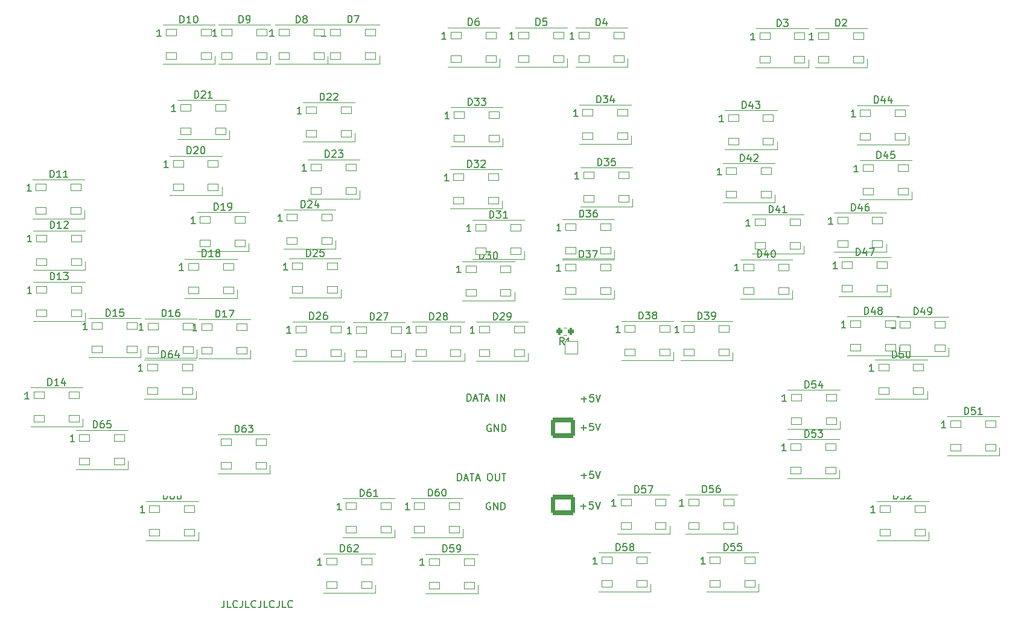
<source format=gbr>
%TF.GenerationSoftware,KiCad,Pcbnew,(6.0.9)*%
%TF.CreationDate,2022-12-27T05:54:40-09:00*%
%TF.ProjectId,PCB_ INTR LT PANEL,5043422c-2049-44e5-9452-204c54205041,rev?*%
%TF.SameCoordinates,Original*%
%TF.FileFunction,Legend,Top*%
%TF.FilePolarity,Positive*%
%FSLAX46Y46*%
G04 Gerber Fmt 4.6, Leading zero omitted, Abs format (unit mm)*
G04 Created by KiCad (PCBNEW (6.0.9)) date 2022-12-27 05:54:40*
%MOMM*%
%LPD*%
G01*
G04 APERTURE LIST*
G04 Aperture macros list*
%AMRoundRect*
0 Rectangle with rounded corners*
0 $1 Rounding radius*
0 $2 $3 $4 $5 $6 $7 $8 $9 X,Y pos of 4 corners*
0 Add a 4 corners polygon primitive as box body*
4,1,4,$2,$3,$4,$5,$6,$7,$8,$9,$2,$3,0*
0 Add four circle primitives for the rounded corners*
1,1,$1+$1,$2,$3*
1,1,$1+$1,$4,$5*
1,1,$1+$1,$6,$7*
1,1,$1+$1,$8,$9*
0 Add four rect primitives between the rounded corners*
20,1,$1+$1,$2,$3,$4,$5,0*
20,1,$1+$1,$4,$5,$6,$7,0*
20,1,$1+$1,$6,$7,$8,$9,0*
20,1,$1+$1,$8,$9,$2,$3,0*%
G04 Aperture macros list end*
%ADD10C,0.150000*%
%ADD11C,0.120000*%
%ADD12RoundRect,0.250000X0.200000X0.275000X-0.200000X0.275000X-0.200000X-0.275000X0.200000X-0.275000X0*%
%ADD13RoundRect,0.300001X1.399999X-1.099999X1.399999X1.099999X-1.399999X1.099999X-1.399999X-1.099999X0*%
%ADD14O,3.400000X2.800000*%
%ADD15RoundRect,0.050000X-0.750000X-0.450000X0.750000X-0.450000X0.750000X0.450000X-0.750000X0.450000X0*%
%ADD16RoundRect,0.050000X-0.900000X0.900000X-0.900000X-0.900000X0.900000X-0.900000X0.900000X0.900000X0*%
%ADD17C,1.900000*%
%ADD18C,12.800000*%
%ADD19C,7.640752*%
%ADD20C,2.481250*%
%ADD21C,4.400000*%
G04 APERTURE END LIST*
D10*
X117764285Y-115771428D02*
X118526190Y-115771428D01*
X118145238Y-116152380D02*
X118145238Y-115390476D01*
X119478571Y-115152380D02*
X119002380Y-115152380D01*
X118954761Y-115628571D01*
X119002380Y-115580952D01*
X119097619Y-115533333D01*
X119335714Y-115533333D01*
X119430952Y-115580952D01*
X119478571Y-115628571D01*
X119526190Y-115723809D01*
X119526190Y-115961904D01*
X119478571Y-116057142D01*
X119430952Y-116104761D01*
X119335714Y-116152380D01*
X119097619Y-116152380D01*
X119002380Y-116104761D01*
X118954761Y-116057142D01*
X119811904Y-115152380D02*
X120145238Y-116152380D01*
X120478571Y-115152380D01*
X105063095Y-115300000D02*
X104967857Y-115252380D01*
X104825000Y-115252380D01*
X104682142Y-115300000D01*
X104586904Y-115395238D01*
X104539285Y-115490476D01*
X104491666Y-115680952D01*
X104491666Y-115823809D01*
X104539285Y-116014285D01*
X104586904Y-116109523D01*
X104682142Y-116204761D01*
X104825000Y-116252380D01*
X104920238Y-116252380D01*
X105063095Y-116204761D01*
X105110714Y-116157142D01*
X105110714Y-115823809D01*
X104920238Y-115823809D01*
X105539285Y-116252380D02*
X105539285Y-115252380D01*
X106110714Y-116252380D01*
X106110714Y-115252380D01*
X106586904Y-116252380D02*
X106586904Y-115252380D01*
X106825000Y-115252380D01*
X106967857Y-115300000D01*
X107063095Y-115395238D01*
X107110714Y-115490476D01*
X107158333Y-115680952D01*
X107158333Y-115823809D01*
X107110714Y-116014285D01*
X107063095Y-116109523D01*
X106967857Y-116204761D01*
X106825000Y-116252380D01*
X106586904Y-116252380D01*
X100490476Y-112177380D02*
X100490476Y-111177380D01*
X100728571Y-111177380D01*
X100871428Y-111225000D01*
X100966666Y-111320238D01*
X101014285Y-111415476D01*
X101061904Y-111605952D01*
X101061904Y-111748809D01*
X101014285Y-111939285D01*
X100966666Y-112034523D01*
X100871428Y-112129761D01*
X100728571Y-112177380D01*
X100490476Y-112177380D01*
X101442857Y-111891666D02*
X101919047Y-111891666D01*
X101347619Y-112177380D02*
X101680952Y-111177380D01*
X102014285Y-112177380D01*
X102204761Y-111177380D02*
X102776190Y-111177380D01*
X102490476Y-112177380D02*
X102490476Y-111177380D01*
X103061904Y-111891666D02*
X103538095Y-111891666D01*
X102966666Y-112177380D02*
X103300000Y-111177380D01*
X103633333Y-112177380D01*
X104919047Y-111177380D02*
X105109523Y-111177380D01*
X105204761Y-111225000D01*
X105300000Y-111320238D01*
X105347619Y-111510714D01*
X105347619Y-111844047D01*
X105300000Y-112034523D01*
X105204761Y-112129761D01*
X105109523Y-112177380D01*
X104919047Y-112177380D01*
X104823809Y-112129761D01*
X104728571Y-112034523D01*
X104680952Y-111844047D01*
X104680952Y-111510714D01*
X104728571Y-111320238D01*
X104823809Y-111225000D01*
X104919047Y-111177380D01*
X105776190Y-111177380D02*
X105776190Y-111986904D01*
X105823809Y-112082142D01*
X105871428Y-112129761D01*
X105966666Y-112177380D01*
X106157142Y-112177380D01*
X106252380Y-112129761D01*
X106300000Y-112082142D01*
X106347619Y-111986904D01*
X106347619Y-111177380D01*
X106680952Y-111177380D02*
X107252380Y-111177380D01*
X106966666Y-112177380D02*
X106966666Y-111177380D01*
X117839285Y-100696428D02*
X118601190Y-100696428D01*
X118220238Y-101077380D02*
X118220238Y-100315476D01*
X119553571Y-100077380D02*
X119077380Y-100077380D01*
X119029761Y-100553571D01*
X119077380Y-100505952D01*
X119172619Y-100458333D01*
X119410714Y-100458333D01*
X119505952Y-100505952D01*
X119553571Y-100553571D01*
X119601190Y-100648809D01*
X119601190Y-100886904D01*
X119553571Y-100982142D01*
X119505952Y-101029761D01*
X119410714Y-101077380D01*
X119172619Y-101077380D01*
X119077380Y-101029761D01*
X119029761Y-100982142D01*
X119886904Y-100077380D02*
X120220238Y-101077380D01*
X120553571Y-100077380D01*
X105163095Y-104325000D02*
X105067857Y-104277380D01*
X104925000Y-104277380D01*
X104782142Y-104325000D01*
X104686904Y-104420238D01*
X104639285Y-104515476D01*
X104591666Y-104705952D01*
X104591666Y-104848809D01*
X104639285Y-105039285D01*
X104686904Y-105134523D01*
X104782142Y-105229761D01*
X104925000Y-105277380D01*
X105020238Y-105277380D01*
X105163095Y-105229761D01*
X105210714Y-105182142D01*
X105210714Y-104848809D01*
X105020238Y-104848809D01*
X105639285Y-105277380D02*
X105639285Y-104277380D01*
X106210714Y-105277380D01*
X106210714Y-104277380D01*
X106686904Y-105277380D02*
X106686904Y-104277380D01*
X106925000Y-104277380D01*
X107067857Y-104325000D01*
X107163095Y-104420238D01*
X107210714Y-104515476D01*
X107258333Y-104705952D01*
X107258333Y-104848809D01*
X107210714Y-105039285D01*
X107163095Y-105134523D01*
X107067857Y-105229761D01*
X106925000Y-105277380D01*
X106686904Y-105277380D01*
X117814285Y-111471428D02*
X118576190Y-111471428D01*
X118195238Y-111852380D02*
X118195238Y-111090476D01*
X119528571Y-110852380D02*
X119052380Y-110852380D01*
X119004761Y-111328571D01*
X119052380Y-111280952D01*
X119147619Y-111233333D01*
X119385714Y-111233333D01*
X119480952Y-111280952D01*
X119528571Y-111328571D01*
X119576190Y-111423809D01*
X119576190Y-111661904D01*
X119528571Y-111757142D01*
X119480952Y-111804761D01*
X119385714Y-111852380D01*
X119147619Y-111852380D01*
X119052380Y-111804761D01*
X119004761Y-111757142D01*
X119861904Y-110852380D02*
X120195238Y-111852380D01*
X120528571Y-110852380D01*
X101807142Y-101002380D02*
X101807142Y-100002380D01*
X102045238Y-100002380D01*
X102188095Y-100050000D01*
X102283333Y-100145238D01*
X102330952Y-100240476D01*
X102378571Y-100430952D01*
X102378571Y-100573809D01*
X102330952Y-100764285D01*
X102283333Y-100859523D01*
X102188095Y-100954761D01*
X102045238Y-101002380D01*
X101807142Y-101002380D01*
X102759523Y-100716666D02*
X103235714Y-100716666D01*
X102664285Y-101002380D02*
X102997619Y-100002380D01*
X103330952Y-101002380D01*
X103521428Y-100002380D02*
X104092857Y-100002380D01*
X103807142Y-101002380D02*
X103807142Y-100002380D01*
X104378571Y-100716666D02*
X104854761Y-100716666D01*
X104283333Y-101002380D02*
X104616666Y-100002380D01*
X104950000Y-101002380D01*
X106045238Y-101002380D02*
X106045238Y-100002380D01*
X106521428Y-101002380D02*
X106521428Y-100002380D01*
X107092857Y-101002380D01*
X107092857Y-100002380D01*
X117789285Y-104746428D02*
X118551190Y-104746428D01*
X118170238Y-105127380D02*
X118170238Y-104365476D01*
X119503571Y-104127380D02*
X119027380Y-104127380D01*
X118979761Y-104603571D01*
X119027380Y-104555952D01*
X119122619Y-104508333D01*
X119360714Y-104508333D01*
X119455952Y-104555952D01*
X119503571Y-104603571D01*
X119551190Y-104698809D01*
X119551190Y-104936904D01*
X119503571Y-105032142D01*
X119455952Y-105079761D01*
X119360714Y-105127380D01*
X119122619Y-105127380D01*
X119027380Y-105079761D01*
X118979761Y-105032142D01*
X119836904Y-104127380D02*
X120170238Y-105127380D01*
X120503571Y-104127380D01*
X67730952Y-129027380D02*
X67730952Y-129741666D01*
X67683333Y-129884523D01*
X67588095Y-129979761D01*
X67445238Y-130027380D01*
X67350000Y-130027380D01*
X68683333Y-130027380D02*
X68207142Y-130027380D01*
X68207142Y-129027380D01*
X69588095Y-129932142D02*
X69540476Y-129979761D01*
X69397619Y-130027380D01*
X69302380Y-130027380D01*
X69159523Y-129979761D01*
X69064285Y-129884523D01*
X69016666Y-129789285D01*
X68969047Y-129598809D01*
X68969047Y-129455952D01*
X69016666Y-129265476D01*
X69064285Y-129170238D01*
X69159523Y-129075000D01*
X69302380Y-129027380D01*
X69397619Y-129027380D01*
X69540476Y-129075000D01*
X69588095Y-129122619D01*
X70302380Y-129027380D02*
X70302380Y-129741666D01*
X70254761Y-129884523D01*
X70159523Y-129979761D01*
X70016666Y-130027380D01*
X69921428Y-130027380D01*
X71254761Y-130027380D02*
X70778571Y-130027380D01*
X70778571Y-129027380D01*
X72159523Y-129932142D02*
X72111904Y-129979761D01*
X71969047Y-130027380D01*
X71873809Y-130027380D01*
X71730952Y-129979761D01*
X71635714Y-129884523D01*
X71588095Y-129789285D01*
X71540476Y-129598809D01*
X71540476Y-129455952D01*
X71588095Y-129265476D01*
X71635714Y-129170238D01*
X71730952Y-129075000D01*
X71873809Y-129027380D01*
X71969047Y-129027380D01*
X72111904Y-129075000D01*
X72159523Y-129122619D01*
X72873809Y-129027380D02*
X72873809Y-129741666D01*
X72826190Y-129884523D01*
X72730952Y-129979761D01*
X72588095Y-130027380D01*
X72492857Y-130027380D01*
X73826190Y-130027380D02*
X73350000Y-130027380D01*
X73350000Y-129027380D01*
X74730952Y-129932142D02*
X74683333Y-129979761D01*
X74540476Y-130027380D01*
X74445238Y-130027380D01*
X74302380Y-129979761D01*
X74207142Y-129884523D01*
X74159523Y-129789285D01*
X74111904Y-129598809D01*
X74111904Y-129455952D01*
X74159523Y-129265476D01*
X74207142Y-129170238D01*
X74302380Y-129075000D01*
X74445238Y-129027380D01*
X74540476Y-129027380D01*
X74683333Y-129075000D01*
X74730952Y-129122619D01*
X75445238Y-129027380D02*
X75445238Y-129741666D01*
X75397619Y-129884523D01*
X75302380Y-129979761D01*
X75159523Y-130027380D01*
X75064285Y-130027380D01*
X76397619Y-130027380D02*
X75921428Y-130027380D01*
X75921428Y-129027380D01*
X77302380Y-129932142D02*
X77254761Y-129979761D01*
X77111904Y-130027380D01*
X77016666Y-130027380D01*
X76873809Y-129979761D01*
X76778571Y-129884523D01*
X76730952Y-129789285D01*
X76683333Y-129598809D01*
X76683333Y-129455952D01*
X76730952Y-129265476D01*
X76778571Y-129170238D01*
X76873809Y-129075000D01*
X77016666Y-129027380D01*
X77111904Y-129027380D01*
X77254761Y-129075000D01*
X77302380Y-129122619D01*
%TO.C,R1*%
X115403333Y-93068380D02*
X115070000Y-92592190D01*
X114831904Y-93068380D02*
X114831904Y-92068380D01*
X115212857Y-92068380D01*
X115308095Y-92116000D01*
X115355714Y-92163619D01*
X115403333Y-92258857D01*
X115403333Y-92401714D01*
X115355714Y-92496952D01*
X115308095Y-92544571D01*
X115212857Y-92592190D01*
X114831904Y-92592190D01*
X116355714Y-93068380D02*
X115784285Y-93068380D01*
X116070000Y-93068380D02*
X116070000Y-92068380D01*
X115974761Y-92211238D01*
X115879523Y-92306476D01*
X115784285Y-92354095D01*
%TO.C,D66*%
X59226114Y-114757380D02*
X59226114Y-113757380D01*
X59464209Y-113757380D01*
X59607066Y-113805000D01*
X59702304Y-113900238D01*
X59749923Y-113995476D01*
X59797542Y-114185952D01*
X59797542Y-114328809D01*
X59749923Y-114519285D01*
X59702304Y-114614523D01*
X59607066Y-114709761D01*
X59464209Y-114757380D01*
X59226114Y-114757380D01*
X60654685Y-113757380D02*
X60464209Y-113757380D01*
X60368971Y-113805000D01*
X60321352Y-113852619D01*
X60226114Y-113995476D01*
X60178495Y-114185952D01*
X60178495Y-114566904D01*
X60226114Y-114662142D01*
X60273733Y-114709761D01*
X60368971Y-114757380D01*
X60559447Y-114757380D01*
X60654685Y-114709761D01*
X60702304Y-114662142D01*
X60749923Y-114566904D01*
X60749923Y-114328809D01*
X60702304Y-114233571D01*
X60654685Y-114185952D01*
X60559447Y-114138333D01*
X60368971Y-114138333D01*
X60273733Y-114185952D01*
X60226114Y-114233571D01*
X60178495Y-114328809D01*
X61607066Y-113757380D02*
X61416590Y-113757380D01*
X61321352Y-113805000D01*
X61273733Y-113852619D01*
X61178495Y-113995476D01*
X61130876Y-114185952D01*
X61130876Y-114566904D01*
X61178495Y-114662142D01*
X61226114Y-114709761D01*
X61321352Y-114757380D01*
X61511828Y-114757380D01*
X61607066Y-114709761D01*
X61654685Y-114662142D01*
X61702304Y-114566904D01*
X61702304Y-114328809D01*
X61654685Y-114233571D01*
X61607066Y-114185952D01*
X61511828Y-114138333D01*
X61321352Y-114138333D01*
X61226114Y-114185952D01*
X61178495Y-114233571D01*
X61130876Y-114328809D01*
X56576114Y-116657380D02*
X56004685Y-116657380D01*
X56290400Y-116657380D02*
X56290400Y-115657380D01*
X56195161Y-115800238D01*
X56099923Y-115895476D01*
X56004685Y-115943095D01*
%TO.C,D65*%
X49368714Y-104775380D02*
X49368714Y-103775380D01*
X49606809Y-103775380D01*
X49749666Y-103823000D01*
X49844904Y-103918238D01*
X49892523Y-104013476D01*
X49940142Y-104203952D01*
X49940142Y-104346809D01*
X49892523Y-104537285D01*
X49844904Y-104632523D01*
X49749666Y-104727761D01*
X49606809Y-104775380D01*
X49368714Y-104775380D01*
X50797285Y-103775380D02*
X50606809Y-103775380D01*
X50511571Y-103823000D01*
X50463952Y-103870619D01*
X50368714Y-104013476D01*
X50321095Y-104203952D01*
X50321095Y-104584904D01*
X50368714Y-104680142D01*
X50416333Y-104727761D01*
X50511571Y-104775380D01*
X50702047Y-104775380D01*
X50797285Y-104727761D01*
X50844904Y-104680142D01*
X50892523Y-104584904D01*
X50892523Y-104346809D01*
X50844904Y-104251571D01*
X50797285Y-104203952D01*
X50702047Y-104156333D01*
X50511571Y-104156333D01*
X50416333Y-104203952D01*
X50368714Y-104251571D01*
X50321095Y-104346809D01*
X51797285Y-103775380D02*
X51321095Y-103775380D01*
X51273476Y-104251571D01*
X51321095Y-104203952D01*
X51416333Y-104156333D01*
X51654428Y-104156333D01*
X51749666Y-104203952D01*
X51797285Y-104251571D01*
X51844904Y-104346809D01*
X51844904Y-104584904D01*
X51797285Y-104680142D01*
X51749666Y-104727761D01*
X51654428Y-104775380D01*
X51416333Y-104775380D01*
X51321095Y-104727761D01*
X51273476Y-104680142D01*
X46718714Y-106675380D02*
X46147285Y-106675380D01*
X46433000Y-106675380D02*
X46433000Y-105675380D01*
X46337761Y-105818238D01*
X46242523Y-105913476D01*
X46147285Y-105961095D01*
%TO.C,D64*%
X58946714Y-94919980D02*
X58946714Y-93919980D01*
X59184809Y-93919980D01*
X59327666Y-93967600D01*
X59422904Y-94062838D01*
X59470523Y-94158076D01*
X59518142Y-94348552D01*
X59518142Y-94491409D01*
X59470523Y-94681885D01*
X59422904Y-94777123D01*
X59327666Y-94872361D01*
X59184809Y-94919980D01*
X58946714Y-94919980D01*
X60375285Y-93919980D02*
X60184809Y-93919980D01*
X60089571Y-93967600D01*
X60041952Y-94015219D01*
X59946714Y-94158076D01*
X59899095Y-94348552D01*
X59899095Y-94729504D01*
X59946714Y-94824742D01*
X59994333Y-94872361D01*
X60089571Y-94919980D01*
X60280047Y-94919980D01*
X60375285Y-94872361D01*
X60422904Y-94824742D01*
X60470523Y-94729504D01*
X60470523Y-94491409D01*
X60422904Y-94396171D01*
X60375285Y-94348552D01*
X60280047Y-94300933D01*
X60089571Y-94300933D01*
X59994333Y-94348552D01*
X59946714Y-94396171D01*
X59899095Y-94491409D01*
X61327666Y-94253314D02*
X61327666Y-94919980D01*
X61089571Y-93872361D02*
X60851476Y-94586647D01*
X61470523Y-94586647D01*
X56296714Y-96819980D02*
X55725285Y-96819980D01*
X56011000Y-96819980D02*
X56011000Y-95819980D01*
X55915761Y-95962838D01*
X55820523Y-96058076D01*
X55725285Y-96105695D01*
%TO.C,D63*%
X69270714Y-105385380D02*
X69270714Y-104385380D01*
X69508809Y-104385380D01*
X69651666Y-104433000D01*
X69746904Y-104528238D01*
X69794523Y-104623476D01*
X69842142Y-104813952D01*
X69842142Y-104956809D01*
X69794523Y-105147285D01*
X69746904Y-105242523D01*
X69651666Y-105337761D01*
X69508809Y-105385380D01*
X69270714Y-105385380D01*
X70699285Y-104385380D02*
X70508809Y-104385380D01*
X70413571Y-104433000D01*
X70365952Y-104480619D01*
X70270714Y-104623476D01*
X70223095Y-104813952D01*
X70223095Y-105194904D01*
X70270714Y-105290142D01*
X70318333Y-105337761D01*
X70413571Y-105385380D01*
X70604047Y-105385380D01*
X70699285Y-105337761D01*
X70746904Y-105290142D01*
X70794523Y-105194904D01*
X70794523Y-104956809D01*
X70746904Y-104861571D01*
X70699285Y-104813952D01*
X70604047Y-104766333D01*
X70413571Y-104766333D01*
X70318333Y-104813952D01*
X70270714Y-104861571D01*
X70223095Y-104956809D01*
X71127857Y-104385380D02*
X71746904Y-104385380D01*
X71413571Y-104766333D01*
X71556428Y-104766333D01*
X71651666Y-104813952D01*
X71699285Y-104861571D01*
X71746904Y-104956809D01*
X71746904Y-105194904D01*
X71699285Y-105290142D01*
X71651666Y-105337761D01*
X71556428Y-105385380D01*
X71270714Y-105385380D01*
X71175476Y-105337761D01*
X71127857Y-105290142D01*
X66620714Y-107285380D02*
X66049285Y-107285380D01*
X66335000Y-107285380D02*
X66335000Y-106285380D01*
X66239761Y-106428238D01*
X66144523Y-106523476D01*
X66049285Y-106571095D01*
%TO.C,D62*%
X84067314Y-122174380D02*
X84067314Y-121174380D01*
X84305409Y-121174380D01*
X84448266Y-121222000D01*
X84543504Y-121317238D01*
X84591123Y-121412476D01*
X84638742Y-121602952D01*
X84638742Y-121745809D01*
X84591123Y-121936285D01*
X84543504Y-122031523D01*
X84448266Y-122126761D01*
X84305409Y-122174380D01*
X84067314Y-122174380D01*
X85495885Y-121174380D02*
X85305409Y-121174380D01*
X85210171Y-121222000D01*
X85162552Y-121269619D01*
X85067314Y-121412476D01*
X85019695Y-121602952D01*
X85019695Y-121983904D01*
X85067314Y-122079142D01*
X85114933Y-122126761D01*
X85210171Y-122174380D01*
X85400647Y-122174380D01*
X85495885Y-122126761D01*
X85543504Y-122079142D01*
X85591123Y-121983904D01*
X85591123Y-121745809D01*
X85543504Y-121650571D01*
X85495885Y-121602952D01*
X85400647Y-121555333D01*
X85210171Y-121555333D01*
X85114933Y-121602952D01*
X85067314Y-121650571D01*
X85019695Y-121745809D01*
X85972076Y-121269619D02*
X86019695Y-121222000D01*
X86114933Y-121174380D01*
X86353028Y-121174380D01*
X86448266Y-121222000D01*
X86495885Y-121269619D01*
X86543504Y-121364857D01*
X86543504Y-121460095D01*
X86495885Y-121602952D01*
X85924457Y-122174380D01*
X86543504Y-122174380D01*
X81417314Y-124074380D02*
X80845885Y-124074380D01*
X81131600Y-124074380D02*
X81131600Y-123074380D01*
X81036361Y-123217238D01*
X80941123Y-123312476D01*
X80845885Y-123360095D01*
%TO.C,D61*%
X86810514Y-114401380D02*
X86810514Y-113401380D01*
X87048609Y-113401380D01*
X87191466Y-113449000D01*
X87286704Y-113544238D01*
X87334323Y-113639476D01*
X87381942Y-113829952D01*
X87381942Y-113972809D01*
X87334323Y-114163285D01*
X87286704Y-114258523D01*
X87191466Y-114353761D01*
X87048609Y-114401380D01*
X86810514Y-114401380D01*
X88239085Y-113401380D02*
X88048609Y-113401380D01*
X87953371Y-113449000D01*
X87905752Y-113496619D01*
X87810514Y-113639476D01*
X87762895Y-113829952D01*
X87762895Y-114210904D01*
X87810514Y-114306142D01*
X87858133Y-114353761D01*
X87953371Y-114401380D01*
X88143847Y-114401380D01*
X88239085Y-114353761D01*
X88286704Y-114306142D01*
X88334323Y-114210904D01*
X88334323Y-113972809D01*
X88286704Y-113877571D01*
X88239085Y-113829952D01*
X88143847Y-113782333D01*
X87953371Y-113782333D01*
X87858133Y-113829952D01*
X87810514Y-113877571D01*
X87762895Y-113972809D01*
X89286704Y-114401380D02*
X88715276Y-114401380D01*
X89000990Y-114401380D02*
X89000990Y-113401380D01*
X88905752Y-113544238D01*
X88810514Y-113639476D01*
X88715276Y-113687095D01*
X84160514Y-116301380D02*
X83589085Y-116301380D01*
X83874800Y-116301380D02*
X83874800Y-115301380D01*
X83779561Y-115444238D01*
X83684323Y-115539476D01*
X83589085Y-115587095D01*
%TO.C,D60*%
X96386314Y-114351380D02*
X96386314Y-113351380D01*
X96624409Y-113351380D01*
X96767266Y-113399000D01*
X96862504Y-113494238D01*
X96910123Y-113589476D01*
X96957742Y-113779952D01*
X96957742Y-113922809D01*
X96910123Y-114113285D01*
X96862504Y-114208523D01*
X96767266Y-114303761D01*
X96624409Y-114351380D01*
X96386314Y-114351380D01*
X97814885Y-113351380D02*
X97624409Y-113351380D01*
X97529171Y-113399000D01*
X97481552Y-113446619D01*
X97386314Y-113589476D01*
X97338695Y-113779952D01*
X97338695Y-114160904D01*
X97386314Y-114256142D01*
X97433933Y-114303761D01*
X97529171Y-114351380D01*
X97719647Y-114351380D01*
X97814885Y-114303761D01*
X97862504Y-114256142D01*
X97910123Y-114160904D01*
X97910123Y-113922809D01*
X97862504Y-113827571D01*
X97814885Y-113779952D01*
X97719647Y-113732333D01*
X97529171Y-113732333D01*
X97433933Y-113779952D01*
X97386314Y-113827571D01*
X97338695Y-113922809D01*
X98529171Y-113351380D02*
X98624409Y-113351380D01*
X98719647Y-113399000D01*
X98767266Y-113446619D01*
X98814885Y-113541857D01*
X98862504Y-113732333D01*
X98862504Y-113970428D01*
X98814885Y-114160904D01*
X98767266Y-114256142D01*
X98719647Y-114303761D01*
X98624409Y-114351380D01*
X98529171Y-114351380D01*
X98433933Y-114303761D01*
X98386314Y-114256142D01*
X98338695Y-114160904D01*
X98291076Y-113970428D01*
X98291076Y-113732333D01*
X98338695Y-113541857D01*
X98386314Y-113446619D01*
X98433933Y-113399000D01*
X98529171Y-113351380D01*
X93736314Y-116251380D02*
X93164885Y-116251380D01*
X93450600Y-116251380D02*
X93450600Y-115251380D01*
X93355361Y-115394238D01*
X93260123Y-115489476D01*
X93164885Y-115537095D01*
%TO.C,D59*%
X98443714Y-122199380D02*
X98443714Y-121199380D01*
X98681809Y-121199380D01*
X98824666Y-121247000D01*
X98919904Y-121342238D01*
X98967523Y-121437476D01*
X99015142Y-121627952D01*
X99015142Y-121770809D01*
X98967523Y-121961285D01*
X98919904Y-122056523D01*
X98824666Y-122151761D01*
X98681809Y-122199380D01*
X98443714Y-122199380D01*
X99919904Y-121199380D02*
X99443714Y-121199380D01*
X99396095Y-121675571D01*
X99443714Y-121627952D01*
X99538952Y-121580333D01*
X99777047Y-121580333D01*
X99872285Y-121627952D01*
X99919904Y-121675571D01*
X99967523Y-121770809D01*
X99967523Y-122008904D01*
X99919904Y-122104142D01*
X99872285Y-122151761D01*
X99777047Y-122199380D01*
X99538952Y-122199380D01*
X99443714Y-122151761D01*
X99396095Y-122104142D01*
X100443714Y-122199380D02*
X100634190Y-122199380D01*
X100729428Y-122151761D01*
X100777047Y-122104142D01*
X100872285Y-121961285D01*
X100919904Y-121770809D01*
X100919904Y-121389857D01*
X100872285Y-121294619D01*
X100824666Y-121247000D01*
X100729428Y-121199380D01*
X100538952Y-121199380D01*
X100443714Y-121247000D01*
X100396095Y-121294619D01*
X100348476Y-121389857D01*
X100348476Y-121627952D01*
X100396095Y-121723190D01*
X100443714Y-121770809D01*
X100538952Y-121818428D01*
X100729428Y-121818428D01*
X100824666Y-121770809D01*
X100872285Y-121723190D01*
X100919904Y-121627952D01*
X95793714Y-124099380D02*
X95222285Y-124099380D01*
X95508000Y-124099380D02*
X95508000Y-123099380D01*
X95412761Y-123242238D01*
X95317523Y-123337476D01*
X95222285Y-123385095D01*
%TO.C,D58*%
X122725714Y-122021380D02*
X122725714Y-121021380D01*
X122963809Y-121021380D01*
X123106666Y-121069000D01*
X123201904Y-121164238D01*
X123249523Y-121259476D01*
X123297142Y-121449952D01*
X123297142Y-121592809D01*
X123249523Y-121783285D01*
X123201904Y-121878523D01*
X123106666Y-121973761D01*
X122963809Y-122021380D01*
X122725714Y-122021380D01*
X124201904Y-121021380D02*
X123725714Y-121021380D01*
X123678095Y-121497571D01*
X123725714Y-121449952D01*
X123820952Y-121402333D01*
X124059047Y-121402333D01*
X124154285Y-121449952D01*
X124201904Y-121497571D01*
X124249523Y-121592809D01*
X124249523Y-121830904D01*
X124201904Y-121926142D01*
X124154285Y-121973761D01*
X124059047Y-122021380D01*
X123820952Y-122021380D01*
X123725714Y-121973761D01*
X123678095Y-121926142D01*
X124820952Y-121449952D02*
X124725714Y-121402333D01*
X124678095Y-121354714D01*
X124630476Y-121259476D01*
X124630476Y-121211857D01*
X124678095Y-121116619D01*
X124725714Y-121069000D01*
X124820952Y-121021380D01*
X125011428Y-121021380D01*
X125106666Y-121069000D01*
X125154285Y-121116619D01*
X125201904Y-121211857D01*
X125201904Y-121259476D01*
X125154285Y-121354714D01*
X125106666Y-121402333D01*
X125011428Y-121449952D01*
X124820952Y-121449952D01*
X124725714Y-121497571D01*
X124678095Y-121545190D01*
X124630476Y-121640428D01*
X124630476Y-121830904D01*
X124678095Y-121926142D01*
X124725714Y-121973761D01*
X124820952Y-122021380D01*
X125011428Y-122021380D01*
X125106666Y-121973761D01*
X125154285Y-121926142D01*
X125201904Y-121830904D01*
X125201904Y-121640428D01*
X125154285Y-121545190D01*
X125106666Y-121497571D01*
X125011428Y-121449952D01*
X120075714Y-123921380D02*
X119504285Y-123921380D01*
X119790000Y-123921380D02*
X119790000Y-122921380D01*
X119694761Y-123064238D01*
X119599523Y-123159476D01*
X119504285Y-123207095D01*
%TO.C,D57*%
X125360714Y-113877380D02*
X125360714Y-112877380D01*
X125598809Y-112877380D01*
X125741666Y-112925000D01*
X125836904Y-113020238D01*
X125884523Y-113115476D01*
X125932142Y-113305952D01*
X125932142Y-113448809D01*
X125884523Y-113639285D01*
X125836904Y-113734523D01*
X125741666Y-113829761D01*
X125598809Y-113877380D01*
X125360714Y-113877380D01*
X126836904Y-112877380D02*
X126360714Y-112877380D01*
X126313095Y-113353571D01*
X126360714Y-113305952D01*
X126455952Y-113258333D01*
X126694047Y-113258333D01*
X126789285Y-113305952D01*
X126836904Y-113353571D01*
X126884523Y-113448809D01*
X126884523Y-113686904D01*
X126836904Y-113782142D01*
X126789285Y-113829761D01*
X126694047Y-113877380D01*
X126455952Y-113877380D01*
X126360714Y-113829761D01*
X126313095Y-113782142D01*
X127217857Y-112877380D02*
X127884523Y-112877380D01*
X127455952Y-113877380D01*
X122710714Y-115777380D02*
X122139285Y-115777380D01*
X122425000Y-115777380D02*
X122425000Y-114777380D01*
X122329761Y-114920238D01*
X122234523Y-115015476D01*
X122139285Y-115063095D01*
%TO.C,D56*%
X134860714Y-113852380D02*
X134860714Y-112852380D01*
X135098809Y-112852380D01*
X135241666Y-112900000D01*
X135336904Y-112995238D01*
X135384523Y-113090476D01*
X135432142Y-113280952D01*
X135432142Y-113423809D01*
X135384523Y-113614285D01*
X135336904Y-113709523D01*
X135241666Y-113804761D01*
X135098809Y-113852380D01*
X134860714Y-113852380D01*
X136336904Y-112852380D02*
X135860714Y-112852380D01*
X135813095Y-113328571D01*
X135860714Y-113280952D01*
X135955952Y-113233333D01*
X136194047Y-113233333D01*
X136289285Y-113280952D01*
X136336904Y-113328571D01*
X136384523Y-113423809D01*
X136384523Y-113661904D01*
X136336904Y-113757142D01*
X136289285Y-113804761D01*
X136194047Y-113852380D01*
X135955952Y-113852380D01*
X135860714Y-113804761D01*
X135813095Y-113757142D01*
X137241666Y-112852380D02*
X137051190Y-112852380D01*
X136955952Y-112900000D01*
X136908333Y-112947619D01*
X136813095Y-113090476D01*
X136765476Y-113280952D01*
X136765476Y-113661904D01*
X136813095Y-113757142D01*
X136860714Y-113804761D01*
X136955952Y-113852380D01*
X137146428Y-113852380D01*
X137241666Y-113804761D01*
X137289285Y-113757142D01*
X137336904Y-113661904D01*
X137336904Y-113423809D01*
X137289285Y-113328571D01*
X137241666Y-113280952D01*
X137146428Y-113233333D01*
X136955952Y-113233333D01*
X136860714Y-113280952D01*
X136813095Y-113328571D01*
X136765476Y-113423809D01*
X132210714Y-115752380D02*
X131639285Y-115752380D01*
X131925000Y-115752380D02*
X131925000Y-114752380D01*
X131829761Y-114895238D01*
X131734523Y-114990476D01*
X131639285Y-115038095D01*
%TO.C,D55*%
X137864714Y-121996380D02*
X137864714Y-120996380D01*
X138102809Y-120996380D01*
X138245666Y-121044000D01*
X138340904Y-121139238D01*
X138388523Y-121234476D01*
X138436142Y-121424952D01*
X138436142Y-121567809D01*
X138388523Y-121758285D01*
X138340904Y-121853523D01*
X138245666Y-121948761D01*
X138102809Y-121996380D01*
X137864714Y-121996380D01*
X139340904Y-120996380D02*
X138864714Y-120996380D01*
X138817095Y-121472571D01*
X138864714Y-121424952D01*
X138959952Y-121377333D01*
X139198047Y-121377333D01*
X139293285Y-121424952D01*
X139340904Y-121472571D01*
X139388523Y-121567809D01*
X139388523Y-121805904D01*
X139340904Y-121901142D01*
X139293285Y-121948761D01*
X139198047Y-121996380D01*
X138959952Y-121996380D01*
X138864714Y-121948761D01*
X138817095Y-121901142D01*
X140293285Y-120996380D02*
X139817095Y-120996380D01*
X139769476Y-121472571D01*
X139817095Y-121424952D01*
X139912333Y-121377333D01*
X140150428Y-121377333D01*
X140245666Y-121424952D01*
X140293285Y-121472571D01*
X140340904Y-121567809D01*
X140340904Y-121805904D01*
X140293285Y-121901142D01*
X140245666Y-121948761D01*
X140150428Y-121996380D01*
X139912333Y-121996380D01*
X139817095Y-121948761D01*
X139769476Y-121901142D01*
X135214714Y-123896380D02*
X134643285Y-123896380D01*
X134929000Y-123896380D02*
X134929000Y-122896380D01*
X134833761Y-123039238D01*
X134738523Y-123134476D01*
X134643285Y-123182095D01*
%TO.C,D54*%
X149243714Y-99162380D02*
X149243714Y-98162380D01*
X149481809Y-98162380D01*
X149624666Y-98210000D01*
X149719904Y-98305238D01*
X149767523Y-98400476D01*
X149815142Y-98590952D01*
X149815142Y-98733809D01*
X149767523Y-98924285D01*
X149719904Y-99019523D01*
X149624666Y-99114761D01*
X149481809Y-99162380D01*
X149243714Y-99162380D01*
X150719904Y-98162380D02*
X150243714Y-98162380D01*
X150196095Y-98638571D01*
X150243714Y-98590952D01*
X150338952Y-98543333D01*
X150577047Y-98543333D01*
X150672285Y-98590952D01*
X150719904Y-98638571D01*
X150767523Y-98733809D01*
X150767523Y-98971904D01*
X150719904Y-99067142D01*
X150672285Y-99114761D01*
X150577047Y-99162380D01*
X150338952Y-99162380D01*
X150243714Y-99114761D01*
X150196095Y-99067142D01*
X151624666Y-98495714D02*
X151624666Y-99162380D01*
X151386571Y-98114761D02*
X151148476Y-98829047D01*
X151767523Y-98829047D01*
X146593714Y-101062380D02*
X146022285Y-101062380D01*
X146308000Y-101062380D02*
X146308000Y-100062380D01*
X146212761Y-100205238D01*
X146117523Y-100300476D01*
X146022285Y-100348095D01*
%TO.C,D53*%
X149218714Y-106071380D02*
X149218714Y-105071380D01*
X149456809Y-105071380D01*
X149599666Y-105119000D01*
X149694904Y-105214238D01*
X149742523Y-105309476D01*
X149790142Y-105499952D01*
X149790142Y-105642809D01*
X149742523Y-105833285D01*
X149694904Y-105928523D01*
X149599666Y-106023761D01*
X149456809Y-106071380D01*
X149218714Y-106071380D01*
X150694904Y-105071380D02*
X150218714Y-105071380D01*
X150171095Y-105547571D01*
X150218714Y-105499952D01*
X150313952Y-105452333D01*
X150552047Y-105452333D01*
X150647285Y-105499952D01*
X150694904Y-105547571D01*
X150742523Y-105642809D01*
X150742523Y-105880904D01*
X150694904Y-105976142D01*
X150647285Y-106023761D01*
X150552047Y-106071380D01*
X150313952Y-106071380D01*
X150218714Y-106023761D01*
X150171095Y-105976142D01*
X151075857Y-105071380D02*
X151694904Y-105071380D01*
X151361571Y-105452333D01*
X151504428Y-105452333D01*
X151599666Y-105499952D01*
X151647285Y-105547571D01*
X151694904Y-105642809D01*
X151694904Y-105880904D01*
X151647285Y-105976142D01*
X151599666Y-106023761D01*
X151504428Y-106071380D01*
X151218714Y-106071380D01*
X151123476Y-106023761D01*
X151075857Y-105976142D01*
X146568714Y-107971380D02*
X145997285Y-107971380D01*
X146283000Y-107971380D02*
X146283000Y-106971380D01*
X146187761Y-107114238D01*
X146092523Y-107209476D01*
X145997285Y-107257095D01*
%TO.C,D52*%
X161701714Y-114757380D02*
X161701714Y-113757380D01*
X161939809Y-113757380D01*
X162082666Y-113805000D01*
X162177904Y-113900238D01*
X162225523Y-113995476D01*
X162273142Y-114185952D01*
X162273142Y-114328809D01*
X162225523Y-114519285D01*
X162177904Y-114614523D01*
X162082666Y-114709761D01*
X161939809Y-114757380D01*
X161701714Y-114757380D01*
X163177904Y-113757380D02*
X162701714Y-113757380D01*
X162654095Y-114233571D01*
X162701714Y-114185952D01*
X162796952Y-114138333D01*
X163035047Y-114138333D01*
X163130285Y-114185952D01*
X163177904Y-114233571D01*
X163225523Y-114328809D01*
X163225523Y-114566904D01*
X163177904Y-114662142D01*
X163130285Y-114709761D01*
X163035047Y-114757380D01*
X162796952Y-114757380D01*
X162701714Y-114709761D01*
X162654095Y-114662142D01*
X163606476Y-113852619D02*
X163654095Y-113805000D01*
X163749333Y-113757380D01*
X163987428Y-113757380D01*
X164082666Y-113805000D01*
X164130285Y-113852619D01*
X164177904Y-113947857D01*
X164177904Y-114043095D01*
X164130285Y-114185952D01*
X163558857Y-114757380D01*
X164177904Y-114757380D01*
X159051714Y-116657380D02*
X158480285Y-116657380D01*
X158766000Y-116657380D02*
X158766000Y-115657380D01*
X158670761Y-115800238D01*
X158575523Y-115895476D01*
X158480285Y-115943095D01*
%TO.C,D51*%
X171620714Y-102870380D02*
X171620714Y-101870380D01*
X171858809Y-101870380D01*
X172001666Y-101918000D01*
X172096904Y-102013238D01*
X172144523Y-102108476D01*
X172192142Y-102298952D01*
X172192142Y-102441809D01*
X172144523Y-102632285D01*
X172096904Y-102727523D01*
X172001666Y-102822761D01*
X171858809Y-102870380D01*
X171620714Y-102870380D01*
X173096904Y-101870380D02*
X172620714Y-101870380D01*
X172573095Y-102346571D01*
X172620714Y-102298952D01*
X172715952Y-102251333D01*
X172954047Y-102251333D01*
X173049285Y-102298952D01*
X173096904Y-102346571D01*
X173144523Y-102441809D01*
X173144523Y-102679904D01*
X173096904Y-102775142D01*
X173049285Y-102822761D01*
X172954047Y-102870380D01*
X172715952Y-102870380D01*
X172620714Y-102822761D01*
X172573095Y-102775142D01*
X174096904Y-102870380D02*
X173525476Y-102870380D01*
X173811190Y-102870380D02*
X173811190Y-101870380D01*
X173715952Y-102013238D01*
X173620714Y-102108476D01*
X173525476Y-102156095D01*
X168970714Y-104770380D02*
X168399285Y-104770380D01*
X168685000Y-104770380D02*
X168685000Y-103770380D01*
X168589761Y-103913238D01*
X168494523Y-104008476D01*
X168399285Y-104056095D01*
%TO.C,D50*%
X161511714Y-94919980D02*
X161511714Y-93919980D01*
X161749809Y-93919980D01*
X161892666Y-93967600D01*
X161987904Y-94062838D01*
X162035523Y-94158076D01*
X162083142Y-94348552D01*
X162083142Y-94491409D01*
X162035523Y-94681885D01*
X161987904Y-94777123D01*
X161892666Y-94872361D01*
X161749809Y-94919980D01*
X161511714Y-94919980D01*
X162987904Y-93919980D02*
X162511714Y-93919980D01*
X162464095Y-94396171D01*
X162511714Y-94348552D01*
X162606952Y-94300933D01*
X162845047Y-94300933D01*
X162940285Y-94348552D01*
X162987904Y-94396171D01*
X163035523Y-94491409D01*
X163035523Y-94729504D01*
X162987904Y-94824742D01*
X162940285Y-94872361D01*
X162845047Y-94919980D01*
X162606952Y-94919980D01*
X162511714Y-94872361D01*
X162464095Y-94824742D01*
X163654571Y-93919980D02*
X163749809Y-93919980D01*
X163845047Y-93967600D01*
X163892666Y-94015219D01*
X163940285Y-94110457D01*
X163987904Y-94300933D01*
X163987904Y-94539028D01*
X163940285Y-94729504D01*
X163892666Y-94824742D01*
X163845047Y-94872361D01*
X163749809Y-94919980D01*
X163654571Y-94919980D01*
X163559333Y-94872361D01*
X163511714Y-94824742D01*
X163464095Y-94729504D01*
X163416476Y-94539028D01*
X163416476Y-94300933D01*
X163464095Y-94110457D01*
X163511714Y-94015219D01*
X163559333Y-93967600D01*
X163654571Y-93919980D01*
X158861714Y-96819980D02*
X158290285Y-96819980D01*
X158576000Y-96819980D02*
X158576000Y-95819980D01*
X158480761Y-95962838D01*
X158385523Y-96058076D01*
X158290285Y-96105695D01*
%TO.C,D49*%
X164534714Y-88849780D02*
X164534714Y-87849780D01*
X164772809Y-87849780D01*
X164915666Y-87897400D01*
X165010904Y-87992638D01*
X165058523Y-88087876D01*
X165106142Y-88278352D01*
X165106142Y-88421209D01*
X165058523Y-88611685D01*
X165010904Y-88706923D01*
X164915666Y-88802161D01*
X164772809Y-88849780D01*
X164534714Y-88849780D01*
X165963285Y-88183114D02*
X165963285Y-88849780D01*
X165725190Y-87802161D02*
X165487095Y-88516447D01*
X166106142Y-88516447D01*
X166534714Y-88849780D02*
X166725190Y-88849780D01*
X166820428Y-88802161D01*
X166868047Y-88754542D01*
X166963285Y-88611685D01*
X167010904Y-88421209D01*
X167010904Y-88040257D01*
X166963285Y-87945019D01*
X166915666Y-87897400D01*
X166820428Y-87849780D01*
X166629952Y-87849780D01*
X166534714Y-87897400D01*
X166487095Y-87945019D01*
X166439476Y-88040257D01*
X166439476Y-88278352D01*
X166487095Y-88373590D01*
X166534714Y-88421209D01*
X166629952Y-88468828D01*
X166820428Y-88468828D01*
X166915666Y-88421209D01*
X166963285Y-88373590D01*
X167010904Y-88278352D01*
X161884714Y-90749780D02*
X161313285Y-90749780D01*
X161599000Y-90749780D02*
X161599000Y-89749780D01*
X161503761Y-89892638D01*
X161408523Y-89987876D01*
X161313285Y-90035495D01*
%TO.C,D48*%
X157574714Y-88798580D02*
X157574714Y-87798580D01*
X157812809Y-87798580D01*
X157955666Y-87846200D01*
X158050904Y-87941438D01*
X158098523Y-88036676D01*
X158146142Y-88227152D01*
X158146142Y-88370009D01*
X158098523Y-88560485D01*
X158050904Y-88655723D01*
X157955666Y-88750961D01*
X157812809Y-88798580D01*
X157574714Y-88798580D01*
X159003285Y-88131914D02*
X159003285Y-88798580D01*
X158765190Y-87750961D02*
X158527095Y-88465247D01*
X159146142Y-88465247D01*
X159669952Y-88227152D02*
X159574714Y-88179533D01*
X159527095Y-88131914D01*
X159479476Y-88036676D01*
X159479476Y-87989057D01*
X159527095Y-87893819D01*
X159574714Y-87846200D01*
X159669952Y-87798580D01*
X159860428Y-87798580D01*
X159955666Y-87846200D01*
X160003285Y-87893819D01*
X160050904Y-87989057D01*
X160050904Y-88036676D01*
X160003285Y-88131914D01*
X159955666Y-88179533D01*
X159860428Y-88227152D01*
X159669952Y-88227152D01*
X159574714Y-88274771D01*
X159527095Y-88322390D01*
X159479476Y-88417628D01*
X159479476Y-88608104D01*
X159527095Y-88703342D01*
X159574714Y-88750961D01*
X159669952Y-88798580D01*
X159860428Y-88798580D01*
X159955666Y-88750961D01*
X160003285Y-88703342D01*
X160050904Y-88608104D01*
X160050904Y-88417628D01*
X160003285Y-88322390D01*
X159955666Y-88274771D01*
X159860428Y-88227152D01*
X154924714Y-90698580D02*
X154353285Y-90698580D01*
X154639000Y-90698580D02*
X154639000Y-89698580D01*
X154543761Y-89841438D01*
X154448523Y-89936676D01*
X154353285Y-89984295D01*
%TO.C,D47*%
X156406714Y-80518180D02*
X156406714Y-79518180D01*
X156644809Y-79518180D01*
X156787666Y-79565800D01*
X156882904Y-79661038D01*
X156930523Y-79756276D01*
X156978142Y-79946752D01*
X156978142Y-80089609D01*
X156930523Y-80280085D01*
X156882904Y-80375323D01*
X156787666Y-80470561D01*
X156644809Y-80518180D01*
X156406714Y-80518180D01*
X157835285Y-79851514D02*
X157835285Y-80518180D01*
X157597190Y-79470561D02*
X157359095Y-80184847D01*
X157978142Y-80184847D01*
X158263857Y-79518180D02*
X158930523Y-79518180D01*
X158501952Y-80518180D01*
X153756714Y-82418180D02*
X153185285Y-82418180D01*
X153471000Y-82418180D02*
X153471000Y-81418180D01*
X153375761Y-81561038D01*
X153280523Y-81656276D01*
X153185285Y-81703895D01*
%TO.C,D46*%
X155757714Y-74269980D02*
X155757714Y-73269980D01*
X155995809Y-73269980D01*
X156138666Y-73317600D01*
X156233904Y-73412838D01*
X156281523Y-73508076D01*
X156329142Y-73698552D01*
X156329142Y-73841409D01*
X156281523Y-74031885D01*
X156233904Y-74127123D01*
X156138666Y-74222361D01*
X155995809Y-74269980D01*
X155757714Y-74269980D01*
X157186285Y-73603314D02*
X157186285Y-74269980D01*
X156948190Y-73222361D02*
X156710095Y-73936647D01*
X157329142Y-73936647D01*
X158138666Y-73269980D02*
X157948190Y-73269980D01*
X157852952Y-73317600D01*
X157805333Y-73365219D01*
X157710095Y-73508076D01*
X157662476Y-73698552D01*
X157662476Y-74079504D01*
X157710095Y-74174742D01*
X157757714Y-74222361D01*
X157852952Y-74269980D01*
X158043428Y-74269980D01*
X158138666Y-74222361D01*
X158186285Y-74174742D01*
X158233904Y-74079504D01*
X158233904Y-73841409D01*
X158186285Y-73746171D01*
X158138666Y-73698552D01*
X158043428Y-73650933D01*
X157852952Y-73650933D01*
X157757714Y-73698552D01*
X157710095Y-73746171D01*
X157662476Y-73841409D01*
X153107714Y-76169980D02*
X152536285Y-76169980D01*
X152822000Y-76169980D02*
X152822000Y-75169980D01*
X152726761Y-75312838D01*
X152631523Y-75408076D01*
X152536285Y-75455695D01*
%TO.C,D45*%
X159335714Y-66902380D02*
X159335714Y-65902380D01*
X159573809Y-65902380D01*
X159716666Y-65950000D01*
X159811904Y-66045238D01*
X159859523Y-66140476D01*
X159907142Y-66330952D01*
X159907142Y-66473809D01*
X159859523Y-66664285D01*
X159811904Y-66759523D01*
X159716666Y-66854761D01*
X159573809Y-66902380D01*
X159335714Y-66902380D01*
X160764285Y-66235714D02*
X160764285Y-66902380D01*
X160526190Y-65854761D02*
X160288095Y-66569047D01*
X160907142Y-66569047D01*
X161764285Y-65902380D02*
X161288095Y-65902380D01*
X161240476Y-66378571D01*
X161288095Y-66330952D01*
X161383333Y-66283333D01*
X161621428Y-66283333D01*
X161716666Y-66330952D01*
X161764285Y-66378571D01*
X161811904Y-66473809D01*
X161811904Y-66711904D01*
X161764285Y-66807142D01*
X161716666Y-66854761D01*
X161621428Y-66902380D01*
X161383333Y-66902380D01*
X161288095Y-66854761D01*
X161240476Y-66807142D01*
X156685714Y-68802380D02*
X156114285Y-68802380D01*
X156400000Y-68802380D02*
X156400000Y-67802380D01*
X156304761Y-67945238D01*
X156209523Y-68040476D01*
X156114285Y-68088095D01*
%TO.C,D44*%
X158960714Y-59127380D02*
X158960714Y-58127380D01*
X159198809Y-58127380D01*
X159341666Y-58175000D01*
X159436904Y-58270238D01*
X159484523Y-58365476D01*
X159532142Y-58555952D01*
X159532142Y-58698809D01*
X159484523Y-58889285D01*
X159436904Y-58984523D01*
X159341666Y-59079761D01*
X159198809Y-59127380D01*
X158960714Y-59127380D01*
X160389285Y-58460714D02*
X160389285Y-59127380D01*
X160151190Y-58079761D02*
X159913095Y-58794047D01*
X160532142Y-58794047D01*
X161341666Y-58460714D02*
X161341666Y-59127380D01*
X161103571Y-58079761D02*
X160865476Y-58794047D01*
X161484523Y-58794047D01*
X156310714Y-61027380D02*
X155739285Y-61027380D01*
X156025000Y-61027380D02*
X156025000Y-60027380D01*
X155929761Y-60170238D01*
X155834523Y-60265476D01*
X155739285Y-60313095D01*
%TO.C,D43*%
X140435714Y-59877380D02*
X140435714Y-58877380D01*
X140673809Y-58877380D01*
X140816666Y-58925000D01*
X140911904Y-59020238D01*
X140959523Y-59115476D01*
X141007142Y-59305952D01*
X141007142Y-59448809D01*
X140959523Y-59639285D01*
X140911904Y-59734523D01*
X140816666Y-59829761D01*
X140673809Y-59877380D01*
X140435714Y-59877380D01*
X141864285Y-59210714D02*
X141864285Y-59877380D01*
X141626190Y-58829761D02*
X141388095Y-59544047D01*
X142007142Y-59544047D01*
X142292857Y-58877380D02*
X142911904Y-58877380D01*
X142578571Y-59258333D01*
X142721428Y-59258333D01*
X142816666Y-59305952D01*
X142864285Y-59353571D01*
X142911904Y-59448809D01*
X142911904Y-59686904D01*
X142864285Y-59782142D01*
X142816666Y-59829761D01*
X142721428Y-59877380D01*
X142435714Y-59877380D01*
X142340476Y-59829761D01*
X142292857Y-59782142D01*
X137785714Y-61777380D02*
X137214285Y-61777380D01*
X137500000Y-61777380D02*
X137500000Y-60777380D01*
X137404761Y-60920238D01*
X137309523Y-61015476D01*
X137214285Y-61063095D01*
%TO.C,D42*%
X140160714Y-67327380D02*
X140160714Y-66327380D01*
X140398809Y-66327380D01*
X140541666Y-66375000D01*
X140636904Y-66470238D01*
X140684523Y-66565476D01*
X140732142Y-66755952D01*
X140732142Y-66898809D01*
X140684523Y-67089285D01*
X140636904Y-67184523D01*
X140541666Y-67279761D01*
X140398809Y-67327380D01*
X140160714Y-67327380D01*
X141589285Y-66660714D02*
X141589285Y-67327380D01*
X141351190Y-66279761D02*
X141113095Y-66994047D01*
X141732142Y-66994047D01*
X142065476Y-66422619D02*
X142113095Y-66375000D01*
X142208333Y-66327380D01*
X142446428Y-66327380D01*
X142541666Y-66375000D01*
X142589285Y-66422619D01*
X142636904Y-66517857D01*
X142636904Y-66613095D01*
X142589285Y-66755952D01*
X142017857Y-67327380D01*
X142636904Y-67327380D01*
X137510714Y-69227380D02*
X136939285Y-69227380D01*
X137225000Y-69227380D02*
X137225000Y-68227380D01*
X137129761Y-68370238D01*
X137034523Y-68465476D01*
X136939285Y-68513095D01*
%TO.C,D41*%
X144188714Y-74523780D02*
X144188714Y-73523780D01*
X144426809Y-73523780D01*
X144569666Y-73571400D01*
X144664904Y-73666638D01*
X144712523Y-73761876D01*
X144760142Y-73952352D01*
X144760142Y-74095209D01*
X144712523Y-74285685D01*
X144664904Y-74380923D01*
X144569666Y-74476161D01*
X144426809Y-74523780D01*
X144188714Y-74523780D01*
X145617285Y-73857114D02*
X145617285Y-74523780D01*
X145379190Y-73476161D02*
X145141095Y-74190447D01*
X145760142Y-74190447D01*
X146664904Y-74523780D02*
X146093476Y-74523780D01*
X146379190Y-74523780D02*
X146379190Y-73523780D01*
X146283952Y-73666638D01*
X146188714Y-73761876D01*
X146093476Y-73809495D01*
X141538714Y-76423780D02*
X140967285Y-76423780D01*
X141253000Y-76423780D02*
X141253000Y-75423780D01*
X141157761Y-75566638D01*
X141062523Y-75661876D01*
X140967285Y-75709495D01*
%TO.C,D40*%
X142586714Y-80797580D02*
X142586714Y-79797580D01*
X142824809Y-79797580D01*
X142967666Y-79845200D01*
X143062904Y-79940438D01*
X143110523Y-80035676D01*
X143158142Y-80226152D01*
X143158142Y-80369009D01*
X143110523Y-80559485D01*
X143062904Y-80654723D01*
X142967666Y-80749961D01*
X142824809Y-80797580D01*
X142586714Y-80797580D01*
X144015285Y-80130914D02*
X144015285Y-80797580D01*
X143777190Y-79749961D02*
X143539095Y-80464247D01*
X144158142Y-80464247D01*
X144729571Y-79797580D02*
X144824809Y-79797580D01*
X144920047Y-79845200D01*
X144967666Y-79892819D01*
X145015285Y-79988057D01*
X145062904Y-80178533D01*
X145062904Y-80416628D01*
X145015285Y-80607104D01*
X144967666Y-80702342D01*
X144920047Y-80749961D01*
X144824809Y-80797580D01*
X144729571Y-80797580D01*
X144634333Y-80749961D01*
X144586714Y-80702342D01*
X144539095Y-80607104D01*
X144491476Y-80416628D01*
X144491476Y-80178533D01*
X144539095Y-79988057D01*
X144586714Y-79892819D01*
X144634333Y-79845200D01*
X144729571Y-79797580D01*
X139936714Y-82697580D02*
X139365285Y-82697580D01*
X139651000Y-82697580D02*
X139651000Y-81697580D01*
X139555761Y-81840438D01*
X139460523Y-81935676D01*
X139365285Y-81983295D01*
%TO.C,D39*%
X134206714Y-89509780D02*
X134206714Y-88509780D01*
X134444809Y-88509780D01*
X134587666Y-88557400D01*
X134682904Y-88652638D01*
X134730523Y-88747876D01*
X134778142Y-88938352D01*
X134778142Y-89081209D01*
X134730523Y-89271685D01*
X134682904Y-89366923D01*
X134587666Y-89462161D01*
X134444809Y-89509780D01*
X134206714Y-89509780D01*
X135111476Y-88509780D02*
X135730523Y-88509780D01*
X135397190Y-88890733D01*
X135540047Y-88890733D01*
X135635285Y-88938352D01*
X135682904Y-88985971D01*
X135730523Y-89081209D01*
X135730523Y-89319304D01*
X135682904Y-89414542D01*
X135635285Y-89462161D01*
X135540047Y-89509780D01*
X135254333Y-89509780D01*
X135159095Y-89462161D01*
X135111476Y-89414542D01*
X136206714Y-89509780D02*
X136397190Y-89509780D01*
X136492428Y-89462161D01*
X136540047Y-89414542D01*
X136635285Y-89271685D01*
X136682904Y-89081209D01*
X136682904Y-88700257D01*
X136635285Y-88605019D01*
X136587666Y-88557400D01*
X136492428Y-88509780D01*
X136301952Y-88509780D01*
X136206714Y-88557400D01*
X136159095Y-88605019D01*
X136111476Y-88700257D01*
X136111476Y-88938352D01*
X136159095Y-89033590D01*
X136206714Y-89081209D01*
X136301952Y-89128828D01*
X136492428Y-89128828D01*
X136587666Y-89081209D01*
X136635285Y-89033590D01*
X136682904Y-88938352D01*
X131556714Y-91409780D02*
X130985285Y-91409780D01*
X131271000Y-91409780D02*
X131271000Y-90409780D01*
X131175761Y-90552638D01*
X131080523Y-90647876D01*
X130985285Y-90695495D01*
%TO.C,D38*%
X125937714Y-89459180D02*
X125937714Y-88459180D01*
X126175809Y-88459180D01*
X126318666Y-88506800D01*
X126413904Y-88602038D01*
X126461523Y-88697276D01*
X126509142Y-88887752D01*
X126509142Y-89030609D01*
X126461523Y-89221085D01*
X126413904Y-89316323D01*
X126318666Y-89411561D01*
X126175809Y-89459180D01*
X125937714Y-89459180D01*
X126842476Y-88459180D02*
X127461523Y-88459180D01*
X127128190Y-88840133D01*
X127271047Y-88840133D01*
X127366285Y-88887752D01*
X127413904Y-88935371D01*
X127461523Y-89030609D01*
X127461523Y-89268704D01*
X127413904Y-89363942D01*
X127366285Y-89411561D01*
X127271047Y-89459180D01*
X126985333Y-89459180D01*
X126890095Y-89411561D01*
X126842476Y-89363942D01*
X128032952Y-88887752D02*
X127937714Y-88840133D01*
X127890095Y-88792514D01*
X127842476Y-88697276D01*
X127842476Y-88649657D01*
X127890095Y-88554419D01*
X127937714Y-88506800D01*
X128032952Y-88459180D01*
X128223428Y-88459180D01*
X128318666Y-88506800D01*
X128366285Y-88554419D01*
X128413904Y-88649657D01*
X128413904Y-88697276D01*
X128366285Y-88792514D01*
X128318666Y-88840133D01*
X128223428Y-88887752D01*
X128032952Y-88887752D01*
X127937714Y-88935371D01*
X127890095Y-88982990D01*
X127842476Y-89078228D01*
X127842476Y-89268704D01*
X127890095Y-89363942D01*
X127937714Y-89411561D01*
X128032952Y-89459180D01*
X128223428Y-89459180D01*
X128318666Y-89411561D01*
X128366285Y-89363942D01*
X128413904Y-89268704D01*
X128413904Y-89078228D01*
X128366285Y-88982990D01*
X128318666Y-88935371D01*
X128223428Y-88887752D01*
X123287714Y-91359180D02*
X122716285Y-91359180D01*
X123002000Y-91359180D02*
X123002000Y-90359180D01*
X122906761Y-90502038D01*
X122811523Y-90597276D01*
X122716285Y-90644895D01*
%TO.C,D37*%
X117595714Y-80823380D02*
X117595714Y-79823380D01*
X117833809Y-79823380D01*
X117976666Y-79871000D01*
X118071904Y-79966238D01*
X118119523Y-80061476D01*
X118167142Y-80251952D01*
X118167142Y-80394809D01*
X118119523Y-80585285D01*
X118071904Y-80680523D01*
X117976666Y-80775761D01*
X117833809Y-80823380D01*
X117595714Y-80823380D01*
X118500476Y-79823380D02*
X119119523Y-79823380D01*
X118786190Y-80204333D01*
X118929047Y-80204333D01*
X119024285Y-80251952D01*
X119071904Y-80299571D01*
X119119523Y-80394809D01*
X119119523Y-80632904D01*
X119071904Y-80728142D01*
X119024285Y-80775761D01*
X118929047Y-80823380D01*
X118643333Y-80823380D01*
X118548095Y-80775761D01*
X118500476Y-80728142D01*
X119452857Y-79823380D02*
X120119523Y-79823380D01*
X119690952Y-80823380D01*
X114945714Y-82723380D02*
X114374285Y-82723380D01*
X114660000Y-82723380D02*
X114660000Y-81723380D01*
X114564761Y-81866238D01*
X114469523Y-81961476D01*
X114374285Y-82009095D01*
%TO.C,D36*%
X117606714Y-75158980D02*
X117606714Y-74158980D01*
X117844809Y-74158980D01*
X117987666Y-74206600D01*
X118082904Y-74301838D01*
X118130523Y-74397076D01*
X118178142Y-74587552D01*
X118178142Y-74730409D01*
X118130523Y-74920885D01*
X118082904Y-75016123D01*
X117987666Y-75111361D01*
X117844809Y-75158980D01*
X117606714Y-75158980D01*
X118511476Y-74158980D02*
X119130523Y-74158980D01*
X118797190Y-74539933D01*
X118940047Y-74539933D01*
X119035285Y-74587552D01*
X119082904Y-74635171D01*
X119130523Y-74730409D01*
X119130523Y-74968504D01*
X119082904Y-75063742D01*
X119035285Y-75111361D01*
X118940047Y-75158980D01*
X118654333Y-75158980D01*
X118559095Y-75111361D01*
X118511476Y-75063742D01*
X119987666Y-74158980D02*
X119797190Y-74158980D01*
X119701952Y-74206600D01*
X119654333Y-74254219D01*
X119559095Y-74397076D01*
X119511476Y-74587552D01*
X119511476Y-74968504D01*
X119559095Y-75063742D01*
X119606714Y-75111361D01*
X119701952Y-75158980D01*
X119892428Y-75158980D01*
X119987666Y-75111361D01*
X120035285Y-75063742D01*
X120082904Y-74968504D01*
X120082904Y-74730409D01*
X120035285Y-74635171D01*
X119987666Y-74587552D01*
X119892428Y-74539933D01*
X119701952Y-74539933D01*
X119606714Y-74587552D01*
X119559095Y-74635171D01*
X119511476Y-74730409D01*
X114956714Y-77058980D02*
X114385285Y-77058980D01*
X114671000Y-77058980D02*
X114671000Y-76058980D01*
X114575761Y-76201838D01*
X114480523Y-76297076D01*
X114385285Y-76344695D01*
%TO.C,D35*%
X120160714Y-67902380D02*
X120160714Y-66902380D01*
X120398809Y-66902380D01*
X120541666Y-66950000D01*
X120636904Y-67045238D01*
X120684523Y-67140476D01*
X120732142Y-67330952D01*
X120732142Y-67473809D01*
X120684523Y-67664285D01*
X120636904Y-67759523D01*
X120541666Y-67854761D01*
X120398809Y-67902380D01*
X120160714Y-67902380D01*
X121065476Y-66902380D02*
X121684523Y-66902380D01*
X121351190Y-67283333D01*
X121494047Y-67283333D01*
X121589285Y-67330952D01*
X121636904Y-67378571D01*
X121684523Y-67473809D01*
X121684523Y-67711904D01*
X121636904Y-67807142D01*
X121589285Y-67854761D01*
X121494047Y-67902380D01*
X121208333Y-67902380D01*
X121113095Y-67854761D01*
X121065476Y-67807142D01*
X122589285Y-66902380D02*
X122113095Y-66902380D01*
X122065476Y-67378571D01*
X122113095Y-67330952D01*
X122208333Y-67283333D01*
X122446428Y-67283333D01*
X122541666Y-67330952D01*
X122589285Y-67378571D01*
X122636904Y-67473809D01*
X122636904Y-67711904D01*
X122589285Y-67807142D01*
X122541666Y-67854761D01*
X122446428Y-67902380D01*
X122208333Y-67902380D01*
X122113095Y-67854761D01*
X122065476Y-67807142D01*
X117510714Y-69802380D02*
X116939285Y-69802380D01*
X117225000Y-69802380D02*
X117225000Y-68802380D01*
X117129761Y-68945238D01*
X117034523Y-69040476D01*
X116939285Y-69088095D01*
%TO.C,D34*%
X120010714Y-59077380D02*
X120010714Y-58077380D01*
X120248809Y-58077380D01*
X120391666Y-58125000D01*
X120486904Y-58220238D01*
X120534523Y-58315476D01*
X120582142Y-58505952D01*
X120582142Y-58648809D01*
X120534523Y-58839285D01*
X120486904Y-58934523D01*
X120391666Y-59029761D01*
X120248809Y-59077380D01*
X120010714Y-59077380D01*
X120915476Y-58077380D02*
X121534523Y-58077380D01*
X121201190Y-58458333D01*
X121344047Y-58458333D01*
X121439285Y-58505952D01*
X121486904Y-58553571D01*
X121534523Y-58648809D01*
X121534523Y-58886904D01*
X121486904Y-58982142D01*
X121439285Y-59029761D01*
X121344047Y-59077380D01*
X121058333Y-59077380D01*
X120963095Y-59029761D01*
X120915476Y-58982142D01*
X122391666Y-58410714D02*
X122391666Y-59077380D01*
X122153571Y-58029761D02*
X121915476Y-58744047D01*
X122534523Y-58744047D01*
X117360714Y-60977380D02*
X116789285Y-60977380D01*
X117075000Y-60977380D02*
X117075000Y-59977380D01*
X116979761Y-60120238D01*
X116884523Y-60215476D01*
X116789285Y-60263095D01*
%TO.C,D33*%
X101960714Y-59427380D02*
X101960714Y-58427380D01*
X102198809Y-58427380D01*
X102341666Y-58475000D01*
X102436904Y-58570238D01*
X102484523Y-58665476D01*
X102532142Y-58855952D01*
X102532142Y-58998809D01*
X102484523Y-59189285D01*
X102436904Y-59284523D01*
X102341666Y-59379761D01*
X102198809Y-59427380D01*
X101960714Y-59427380D01*
X102865476Y-58427380D02*
X103484523Y-58427380D01*
X103151190Y-58808333D01*
X103294047Y-58808333D01*
X103389285Y-58855952D01*
X103436904Y-58903571D01*
X103484523Y-58998809D01*
X103484523Y-59236904D01*
X103436904Y-59332142D01*
X103389285Y-59379761D01*
X103294047Y-59427380D01*
X103008333Y-59427380D01*
X102913095Y-59379761D01*
X102865476Y-59332142D01*
X103817857Y-58427380D02*
X104436904Y-58427380D01*
X104103571Y-58808333D01*
X104246428Y-58808333D01*
X104341666Y-58855952D01*
X104389285Y-58903571D01*
X104436904Y-58998809D01*
X104436904Y-59236904D01*
X104389285Y-59332142D01*
X104341666Y-59379761D01*
X104246428Y-59427380D01*
X103960714Y-59427380D01*
X103865476Y-59379761D01*
X103817857Y-59332142D01*
X99310714Y-61327380D02*
X98739285Y-61327380D01*
X99025000Y-61327380D02*
X99025000Y-60327380D01*
X98929761Y-60470238D01*
X98834523Y-60565476D01*
X98739285Y-60613095D01*
%TO.C,D32*%
X101885714Y-68152380D02*
X101885714Y-67152380D01*
X102123809Y-67152380D01*
X102266666Y-67200000D01*
X102361904Y-67295238D01*
X102409523Y-67390476D01*
X102457142Y-67580952D01*
X102457142Y-67723809D01*
X102409523Y-67914285D01*
X102361904Y-68009523D01*
X102266666Y-68104761D01*
X102123809Y-68152380D01*
X101885714Y-68152380D01*
X102790476Y-67152380D02*
X103409523Y-67152380D01*
X103076190Y-67533333D01*
X103219047Y-67533333D01*
X103314285Y-67580952D01*
X103361904Y-67628571D01*
X103409523Y-67723809D01*
X103409523Y-67961904D01*
X103361904Y-68057142D01*
X103314285Y-68104761D01*
X103219047Y-68152380D01*
X102933333Y-68152380D01*
X102838095Y-68104761D01*
X102790476Y-68057142D01*
X103790476Y-67247619D02*
X103838095Y-67200000D01*
X103933333Y-67152380D01*
X104171428Y-67152380D01*
X104266666Y-67200000D01*
X104314285Y-67247619D01*
X104361904Y-67342857D01*
X104361904Y-67438095D01*
X104314285Y-67580952D01*
X103742857Y-68152380D01*
X104361904Y-68152380D01*
X99235714Y-70052380D02*
X98664285Y-70052380D01*
X98950000Y-70052380D02*
X98950000Y-69052380D01*
X98854761Y-69195238D01*
X98759523Y-69290476D01*
X98664285Y-69338095D01*
%TO.C,D31*%
X104996714Y-75260380D02*
X104996714Y-74260380D01*
X105234809Y-74260380D01*
X105377666Y-74308000D01*
X105472904Y-74403238D01*
X105520523Y-74498476D01*
X105568142Y-74688952D01*
X105568142Y-74831809D01*
X105520523Y-75022285D01*
X105472904Y-75117523D01*
X105377666Y-75212761D01*
X105234809Y-75260380D01*
X104996714Y-75260380D01*
X105901476Y-74260380D02*
X106520523Y-74260380D01*
X106187190Y-74641333D01*
X106330047Y-74641333D01*
X106425285Y-74688952D01*
X106472904Y-74736571D01*
X106520523Y-74831809D01*
X106520523Y-75069904D01*
X106472904Y-75165142D01*
X106425285Y-75212761D01*
X106330047Y-75260380D01*
X106044333Y-75260380D01*
X105949095Y-75212761D01*
X105901476Y-75165142D01*
X107472904Y-75260380D02*
X106901476Y-75260380D01*
X107187190Y-75260380D02*
X107187190Y-74260380D01*
X107091952Y-74403238D01*
X106996714Y-74498476D01*
X106901476Y-74546095D01*
X102346714Y-77160380D02*
X101775285Y-77160380D01*
X102061000Y-77160380D02*
X102061000Y-76160380D01*
X101965761Y-76303238D01*
X101870523Y-76398476D01*
X101775285Y-76446095D01*
%TO.C,D30*%
X103597714Y-81051580D02*
X103597714Y-80051580D01*
X103835809Y-80051580D01*
X103978666Y-80099200D01*
X104073904Y-80194438D01*
X104121523Y-80289676D01*
X104169142Y-80480152D01*
X104169142Y-80623009D01*
X104121523Y-80813485D01*
X104073904Y-80908723D01*
X103978666Y-81003961D01*
X103835809Y-81051580D01*
X103597714Y-81051580D01*
X104502476Y-80051580D02*
X105121523Y-80051580D01*
X104788190Y-80432533D01*
X104931047Y-80432533D01*
X105026285Y-80480152D01*
X105073904Y-80527771D01*
X105121523Y-80623009D01*
X105121523Y-80861104D01*
X105073904Y-80956342D01*
X105026285Y-81003961D01*
X104931047Y-81051580D01*
X104645333Y-81051580D01*
X104550095Y-81003961D01*
X104502476Y-80956342D01*
X105740571Y-80051580D02*
X105835809Y-80051580D01*
X105931047Y-80099200D01*
X105978666Y-80146819D01*
X106026285Y-80242057D01*
X106073904Y-80432533D01*
X106073904Y-80670628D01*
X106026285Y-80861104D01*
X105978666Y-80956342D01*
X105931047Y-81003961D01*
X105835809Y-81051580D01*
X105740571Y-81051580D01*
X105645333Y-81003961D01*
X105597714Y-80956342D01*
X105550095Y-80861104D01*
X105502476Y-80670628D01*
X105502476Y-80432533D01*
X105550095Y-80242057D01*
X105597714Y-80146819D01*
X105645333Y-80099200D01*
X105740571Y-80051580D01*
X100947714Y-82951580D02*
X100376285Y-82951580D01*
X100662000Y-82951580D02*
X100662000Y-81951580D01*
X100566761Y-82094438D01*
X100471523Y-82189676D01*
X100376285Y-82237295D01*
%TO.C,D29*%
X105516714Y-89586180D02*
X105516714Y-88586180D01*
X105754809Y-88586180D01*
X105897666Y-88633800D01*
X105992904Y-88729038D01*
X106040523Y-88824276D01*
X106088142Y-89014752D01*
X106088142Y-89157609D01*
X106040523Y-89348085D01*
X105992904Y-89443323D01*
X105897666Y-89538561D01*
X105754809Y-89586180D01*
X105516714Y-89586180D01*
X106469095Y-88681419D02*
X106516714Y-88633800D01*
X106611952Y-88586180D01*
X106850047Y-88586180D01*
X106945285Y-88633800D01*
X106992904Y-88681419D01*
X107040523Y-88776657D01*
X107040523Y-88871895D01*
X106992904Y-89014752D01*
X106421476Y-89586180D01*
X107040523Y-89586180D01*
X107516714Y-89586180D02*
X107707190Y-89586180D01*
X107802428Y-89538561D01*
X107850047Y-89490942D01*
X107945285Y-89348085D01*
X107992904Y-89157609D01*
X107992904Y-88776657D01*
X107945285Y-88681419D01*
X107897666Y-88633800D01*
X107802428Y-88586180D01*
X107611952Y-88586180D01*
X107516714Y-88633800D01*
X107469095Y-88681419D01*
X107421476Y-88776657D01*
X107421476Y-89014752D01*
X107469095Y-89109990D01*
X107516714Y-89157609D01*
X107611952Y-89205228D01*
X107802428Y-89205228D01*
X107897666Y-89157609D01*
X107945285Y-89109990D01*
X107992904Y-89014752D01*
X102866714Y-91486180D02*
X102295285Y-91486180D01*
X102581000Y-91486180D02*
X102581000Y-90486180D01*
X102485761Y-90629038D01*
X102390523Y-90724276D01*
X102295285Y-90771895D01*
%TO.C,D28*%
X96575714Y-89586180D02*
X96575714Y-88586180D01*
X96813809Y-88586180D01*
X96956666Y-88633800D01*
X97051904Y-88729038D01*
X97099523Y-88824276D01*
X97147142Y-89014752D01*
X97147142Y-89157609D01*
X97099523Y-89348085D01*
X97051904Y-89443323D01*
X96956666Y-89538561D01*
X96813809Y-89586180D01*
X96575714Y-89586180D01*
X97528095Y-88681419D02*
X97575714Y-88633800D01*
X97670952Y-88586180D01*
X97909047Y-88586180D01*
X98004285Y-88633800D01*
X98051904Y-88681419D01*
X98099523Y-88776657D01*
X98099523Y-88871895D01*
X98051904Y-89014752D01*
X97480476Y-89586180D01*
X98099523Y-89586180D01*
X98670952Y-89014752D02*
X98575714Y-88967133D01*
X98528095Y-88919514D01*
X98480476Y-88824276D01*
X98480476Y-88776657D01*
X98528095Y-88681419D01*
X98575714Y-88633800D01*
X98670952Y-88586180D01*
X98861428Y-88586180D01*
X98956666Y-88633800D01*
X99004285Y-88681419D01*
X99051904Y-88776657D01*
X99051904Y-88824276D01*
X99004285Y-88919514D01*
X98956666Y-88967133D01*
X98861428Y-89014752D01*
X98670952Y-89014752D01*
X98575714Y-89062371D01*
X98528095Y-89109990D01*
X98480476Y-89205228D01*
X98480476Y-89395704D01*
X98528095Y-89490942D01*
X98575714Y-89538561D01*
X98670952Y-89586180D01*
X98861428Y-89586180D01*
X98956666Y-89538561D01*
X99004285Y-89490942D01*
X99051904Y-89395704D01*
X99051904Y-89205228D01*
X99004285Y-89109990D01*
X98956666Y-89062371D01*
X98861428Y-89014752D01*
X93925714Y-91486180D02*
X93354285Y-91486180D01*
X93640000Y-91486180D02*
X93640000Y-90486180D01*
X93544761Y-90629038D01*
X93449523Y-90724276D01*
X93354285Y-90771895D01*
%TO.C,D27*%
X88232914Y-89611380D02*
X88232914Y-88611380D01*
X88471009Y-88611380D01*
X88613866Y-88659000D01*
X88709104Y-88754238D01*
X88756723Y-88849476D01*
X88804342Y-89039952D01*
X88804342Y-89182809D01*
X88756723Y-89373285D01*
X88709104Y-89468523D01*
X88613866Y-89563761D01*
X88471009Y-89611380D01*
X88232914Y-89611380D01*
X89185295Y-88706619D02*
X89232914Y-88659000D01*
X89328152Y-88611380D01*
X89566247Y-88611380D01*
X89661485Y-88659000D01*
X89709104Y-88706619D01*
X89756723Y-88801857D01*
X89756723Y-88897095D01*
X89709104Y-89039952D01*
X89137676Y-89611380D01*
X89756723Y-89611380D01*
X90090057Y-88611380D02*
X90756723Y-88611380D01*
X90328152Y-89611380D01*
X85582914Y-91511380D02*
X85011485Y-91511380D01*
X85297200Y-91511380D02*
X85297200Y-90511380D01*
X85201961Y-90654238D01*
X85106723Y-90749476D01*
X85011485Y-90797095D01*
%TO.C,D26*%
X79735514Y-89535380D02*
X79735514Y-88535380D01*
X79973609Y-88535380D01*
X80116466Y-88583000D01*
X80211704Y-88678238D01*
X80259323Y-88773476D01*
X80306942Y-88963952D01*
X80306942Y-89106809D01*
X80259323Y-89297285D01*
X80211704Y-89392523D01*
X80116466Y-89487761D01*
X79973609Y-89535380D01*
X79735514Y-89535380D01*
X80687895Y-88630619D02*
X80735514Y-88583000D01*
X80830752Y-88535380D01*
X81068847Y-88535380D01*
X81164085Y-88583000D01*
X81211704Y-88630619D01*
X81259323Y-88725857D01*
X81259323Y-88821095D01*
X81211704Y-88963952D01*
X80640276Y-89535380D01*
X81259323Y-89535380D01*
X82116466Y-88535380D02*
X81925990Y-88535380D01*
X81830752Y-88583000D01*
X81783133Y-88630619D01*
X81687895Y-88773476D01*
X81640276Y-88963952D01*
X81640276Y-89344904D01*
X81687895Y-89440142D01*
X81735514Y-89487761D01*
X81830752Y-89535380D01*
X82021228Y-89535380D01*
X82116466Y-89487761D01*
X82164085Y-89440142D01*
X82211704Y-89344904D01*
X82211704Y-89106809D01*
X82164085Y-89011571D01*
X82116466Y-88963952D01*
X82021228Y-88916333D01*
X81830752Y-88916333D01*
X81735514Y-88963952D01*
X81687895Y-89011571D01*
X81640276Y-89106809D01*
X77085514Y-91435380D02*
X76514085Y-91435380D01*
X76799800Y-91435380D02*
X76799800Y-90435380D01*
X76704561Y-90578238D01*
X76609323Y-90673476D01*
X76514085Y-90721095D01*
%TO.C,D25*%
X79278314Y-80670780D02*
X79278314Y-79670780D01*
X79516409Y-79670780D01*
X79659266Y-79718400D01*
X79754504Y-79813638D01*
X79802123Y-79908876D01*
X79849742Y-80099352D01*
X79849742Y-80242209D01*
X79802123Y-80432685D01*
X79754504Y-80527923D01*
X79659266Y-80623161D01*
X79516409Y-80670780D01*
X79278314Y-80670780D01*
X80230695Y-79766019D02*
X80278314Y-79718400D01*
X80373552Y-79670780D01*
X80611647Y-79670780D01*
X80706885Y-79718400D01*
X80754504Y-79766019D01*
X80802123Y-79861257D01*
X80802123Y-79956495D01*
X80754504Y-80099352D01*
X80183076Y-80670780D01*
X80802123Y-80670780D01*
X81706885Y-79670780D02*
X81230695Y-79670780D01*
X81183076Y-80146971D01*
X81230695Y-80099352D01*
X81325933Y-80051733D01*
X81564028Y-80051733D01*
X81659266Y-80099352D01*
X81706885Y-80146971D01*
X81754504Y-80242209D01*
X81754504Y-80480304D01*
X81706885Y-80575542D01*
X81659266Y-80623161D01*
X81564028Y-80670780D01*
X81325933Y-80670780D01*
X81230695Y-80623161D01*
X81183076Y-80575542D01*
X76628314Y-82570780D02*
X76056885Y-82570780D01*
X76342600Y-82570780D02*
X76342600Y-81570780D01*
X76247361Y-81713638D01*
X76152123Y-81808876D01*
X76056885Y-81856495D01*
%TO.C,D24*%
X78527914Y-73812580D02*
X78527914Y-72812580D01*
X78766009Y-72812580D01*
X78908866Y-72860200D01*
X79004104Y-72955438D01*
X79051723Y-73050676D01*
X79099342Y-73241152D01*
X79099342Y-73384009D01*
X79051723Y-73574485D01*
X79004104Y-73669723D01*
X78908866Y-73764961D01*
X78766009Y-73812580D01*
X78527914Y-73812580D01*
X79480295Y-72907819D02*
X79527914Y-72860200D01*
X79623152Y-72812580D01*
X79861247Y-72812580D01*
X79956485Y-72860200D01*
X80004104Y-72907819D01*
X80051723Y-73003057D01*
X80051723Y-73098295D01*
X80004104Y-73241152D01*
X79432676Y-73812580D01*
X80051723Y-73812580D01*
X80908866Y-73145914D02*
X80908866Y-73812580D01*
X80670771Y-72764961D02*
X80432676Y-73479247D01*
X81051723Y-73479247D01*
X75877914Y-75712580D02*
X75306485Y-75712580D01*
X75592200Y-75712580D02*
X75592200Y-74712580D01*
X75496961Y-74855438D01*
X75401723Y-74950676D01*
X75306485Y-74998295D01*
%TO.C,D23*%
X81910714Y-66752380D02*
X81910714Y-65752380D01*
X82148809Y-65752380D01*
X82291666Y-65800000D01*
X82386904Y-65895238D01*
X82434523Y-65990476D01*
X82482142Y-66180952D01*
X82482142Y-66323809D01*
X82434523Y-66514285D01*
X82386904Y-66609523D01*
X82291666Y-66704761D01*
X82148809Y-66752380D01*
X81910714Y-66752380D01*
X82863095Y-65847619D02*
X82910714Y-65800000D01*
X83005952Y-65752380D01*
X83244047Y-65752380D01*
X83339285Y-65800000D01*
X83386904Y-65847619D01*
X83434523Y-65942857D01*
X83434523Y-66038095D01*
X83386904Y-66180952D01*
X82815476Y-66752380D01*
X83434523Y-66752380D01*
X83767857Y-65752380D02*
X84386904Y-65752380D01*
X84053571Y-66133333D01*
X84196428Y-66133333D01*
X84291666Y-66180952D01*
X84339285Y-66228571D01*
X84386904Y-66323809D01*
X84386904Y-66561904D01*
X84339285Y-66657142D01*
X84291666Y-66704761D01*
X84196428Y-66752380D01*
X83910714Y-66752380D01*
X83815476Y-66704761D01*
X83767857Y-66657142D01*
X79260714Y-68652380D02*
X78689285Y-68652380D01*
X78975000Y-68652380D02*
X78975000Y-67652380D01*
X78879761Y-67795238D01*
X78784523Y-67890476D01*
X78689285Y-67938095D01*
%TO.C,D22*%
X81210714Y-58727380D02*
X81210714Y-57727380D01*
X81448809Y-57727380D01*
X81591666Y-57775000D01*
X81686904Y-57870238D01*
X81734523Y-57965476D01*
X81782142Y-58155952D01*
X81782142Y-58298809D01*
X81734523Y-58489285D01*
X81686904Y-58584523D01*
X81591666Y-58679761D01*
X81448809Y-58727380D01*
X81210714Y-58727380D01*
X82163095Y-57822619D02*
X82210714Y-57775000D01*
X82305952Y-57727380D01*
X82544047Y-57727380D01*
X82639285Y-57775000D01*
X82686904Y-57822619D01*
X82734523Y-57917857D01*
X82734523Y-58013095D01*
X82686904Y-58155952D01*
X82115476Y-58727380D01*
X82734523Y-58727380D01*
X83115476Y-57822619D02*
X83163095Y-57775000D01*
X83258333Y-57727380D01*
X83496428Y-57727380D01*
X83591666Y-57775000D01*
X83639285Y-57822619D01*
X83686904Y-57917857D01*
X83686904Y-58013095D01*
X83639285Y-58155952D01*
X83067857Y-58727380D01*
X83686904Y-58727380D01*
X78560714Y-60627380D02*
X77989285Y-60627380D01*
X78275000Y-60627380D02*
X78275000Y-59627380D01*
X78179761Y-59770238D01*
X78084523Y-59865476D01*
X77989285Y-59913095D01*
%TO.C,D21*%
X63585714Y-58402380D02*
X63585714Y-57402380D01*
X63823809Y-57402380D01*
X63966666Y-57450000D01*
X64061904Y-57545238D01*
X64109523Y-57640476D01*
X64157142Y-57830952D01*
X64157142Y-57973809D01*
X64109523Y-58164285D01*
X64061904Y-58259523D01*
X63966666Y-58354761D01*
X63823809Y-58402380D01*
X63585714Y-58402380D01*
X64538095Y-57497619D02*
X64585714Y-57450000D01*
X64680952Y-57402380D01*
X64919047Y-57402380D01*
X65014285Y-57450000D01*
X65061904Y-57497619D01*
X65109523Y-57592857D01*
X65109523Y-57688095D01*
X65061904Y-57830952D01*
X64490476Y-58402380D01*
X65109523Y-58402380D01*
X66061904Y-58402380D02*
X65490476Y-58402380D01*
X65776190Y-58402380D02*
X65776190Y-57402380D01*
X65680952Y-57545238D01*
X65585714Y-57640476D01*
X65490476Y-57688095D01*
X60935714Y-60302380D02*
X60364285Y-60302380D01*
X60650000Y-60302380D02*
X60650000Y-59302380D01*
X60554761Y-59445238D01*
X60459523Y-59540476D01*
X60364285Y-59588095D01*
%TO.C,D20*%
X62535714Y-66252380D02*
X62535714Y-65252380D01*
X62773809Y-65252380D01*
X62916666Y-65300000D01*
X63011904Y-65395238D01*
X63059523Y-65490476D01*
X63107142Y-65680952D01*
X63107142Y-65823809D01*
X63059523Y-66014285D01*
X63011904Y-66109523D01*
X62916666Y-66204761D01*
X62773809Y-66252380D01*
X62535714Y-66252380D01*
X63488095Y-65347619D02*
X63535714Y-65300000D01*
X63630952Y-65252380D01*
X63869047Y-65252380D01*
X63964285Y-65300000D01*
X64011904Y-65347619D01*
X64059523Y-65442857D01*
X64059523Y-65538095D01*
X64011904Y-65680952D01*
X63440476Y-66252380D01*
X64059523Y-66252380D01*
X64678571Y-65252380D02*
X64773809Y-65252380D01*
X64869047Y-65300000D01*
X64916666Y-65347619D01*
X64964285Y-65442857D01*
X65011904Y-65633333D01*
X65011904Y-65871428D01*
X64964285Y-66061904D01*
X64916666Y-66157142D01*
X64869047Y-66204761D01*
X64773809Y-66252380D01*
X64678571Y-66252380D01*
X64583333Y-66204761D01*
X64535714Y-66157142D01*
X64488095Y-66061904D01*
X64440476Y-65871428D01*
X64440476Y-65633333D01*
X64488095Y-65442857D01*
X64535714Y-65347619D01*
X64583333Y-65300000D01*
X64678571Y-65252380D01*
X59885714Y-68152380D02*
X59314285Y-68152380D01*
X59600000Y-68152380D02*
X59600000Y-67152380D01*
X59504761Y-67295238D01*
X59409523Y-67390476D01*
X59314285Y-67438095D01*
%TO.C,D19*%
X66324314Y-74168380D02*
X66324314Y-73168380D01*
X66562409Y-73168380D01*
X66705266Y-73216000D01*
X66800504Y-73311238D01*
X66848123Y-73406476D01*
X66895742Y-73596952D01*
X66895742Y-73739809D01*
X66848123Y-73930285D01*
X66800504Y-74025523D01*
X66705266Y-74120761D01*
X66562409Y-74168380D01*
X66324314Y-74168380D01*
X67848123Y-74168380D02*
X67276695Y-74168380D01*
X67562409Y-74168380D02*
X67562409Y-73168380D01*
X67467171Y-73311238D01*
X67371933Y-73406476D01*
X67276695Y-73454095D01*
X68324314Y-74168380D02*
X68514790Y-74168380D01*
X68610028Y-74120761D01*
X68657647Y-74073142D01*
X68752885Y-73930285D01*
X68800504Y-73739809D01*
X68800504Y-73358857D01*
X68752885Y-73263619D01*
X68705266Y-73216000D01*
X68610028Y-73168380D01*
X68419552Y-73168380D01*
X68324314Y-73216000D01*
X68276695Y-73263619D01*
X68229076Y-73358857D01*
X68229076Y-73596952D01*
X68276695Y-73692190D01*
X68324314Y-73739809D01*
X68419552Y-73787428D01*
X68610028Y-73787428D01*
X68705266Y-73739809D01*
X68752885Y-73692190D01*
X68800504Y-73596952D01*
X63674314Y-76068380D02*
X63102885Y-76068380D01*
X63388600Y-76068380D02*
X63388600Y-75068380D01*
X63293361Y-75211238D01*
X63198123Y-75306476D01*
X63102885Y-75354095D01*
%TO.C,D18*%
X64659514Y-80721380D02*
X64659514Y-79721380D01*
X64897609Y-79721380D01*
X65040466Y-79769000D01*
X65135704Y-79864238D01*
X65183323Y-79959476D01*
X65230942Y-80149952D01*
X65230942Y-80292809D01*
X65183323Y-80483285D01*
X65135704Y-80578523D01*
X65040466Y-80673761D01*
X64897609Y-80721380D01*
X64659514Y-80721380D01*
X66183323Y-80721380D02*
X65611895Y-80721380D01*
X65897609Y-80721380D02*
X65897609Y-79721380D01*
X65802371Y-79864238D01*
X65707133Y-79959476D01*
X65611895Y-80007095D01*
X66754752Y-80149952D02*
X66659514Y-80102333D01*
X66611895Y-80054714D01*
X66564276Y-79959476D01*
X66564276Y-79911857D01*
X66611895Y-79816619D01*
X66659514Y-79769000D01*
X66754752Y-79721380D01*
X66945228Y-79721380D01*
X67040466Y-79769000D01*
X67088085Y-79816619D01*
X67135704Y-79911857D01*
X67135704Y-79959476D01*
X67088085Y-80054714D01*
X67040466Y-80102333D01*
X66945228Y-80149952D01*
X66754752Y-80149952D01*
X66659514Y-80197571D01*
X66611895Y-80245190D01*
X66564276Y-80340428D01*
X66564276Y-80530904D01*
X66611895Y-80626142D01*
X66659514Y-80673761D01*
X66754752Y-80721380D01*
X66945228Y-80721380D01*
X67040466Y-80673761D01*
X67088085Y-80626142D01*
X67135704Y-80530904D01*
X67135704Y-80340428D01*
X67088085Y-80245190D01*
X67040466Y-80197571D01*
X66945228Y-80149952D01*
X62009514Y-82621380D02*
X61438085Y-82621380D01*
X61723800Y-82621380D02*
X61723800Y-81621380D01*
X61628561Y-81764238D01*
X61533323Y-81859476D01*
X61438085Y-81907095D01*
%TO.C,D17*%
X66566714Y-89204980D02*
X66566714Y-88204980D01*
X66804809Y-88204980D01*
X66947666Y-88252600D01*
X67042904Y-88347838D01*
X67090523Y-88443076D01*
X67138142Y-88633552D01*
X67138142Y-88776409D01*
X67090523Y-88966885D01*
X67042904Y-89062123D01*
X66947666Y-89157361D01*
X66804809Y-89204980D01*
X66566714Y-89204980D01*
X68090523Y-89204980D02*
X67519095Y-89204980D01*
X67804809Y-89204980D02*
X67804809Y-88204980D01*
X67709571Y-88347838D01*
X67614333Y-88443076D01*
X67519095Y-88490695D01*
X68423857Y-88204980D02*
X69090523Y-88204980D01*
X68661952Y-89204980D01*
X63916714Y-91104980D02*
X63345285Y-91104980D01*
X63631000Y-91104980D02*
X63631000Y-90104980D01*
X63535761Y-90247838D01*
X63440523Y-90343076D01*
X63345285Y-90390695D01*
%TO.C,D16*%
X59020714Y-89128780D02*
X59020714Y-88128780D01*
X59258809Y-88128780D01*
X59401666Y-88176400D01*
X59496904Y-88271638D01*
X59544523Y-88366876D01*
X59592142Y-88557352D01*
X59592142Y-88700209D01*
X59544523Y-88890685D01*
X59496904Y-88985923D01*
X59401666Y-89081161D01*
X59258809Y-89128780D01*
X59020714Y-89128780D01*
X60544523Y-89128780D02*
X59973095Y-89128780D01*
X60258809Y-89128780D02*
X60258809Y-88128780D01*
X60163571Y-88271638D01*
X60068333Y-88366876D01*
X59973095Y-88414495D01*
X61401666Y-88128780D02*
X61211190Y-88128780D01*
X61115952Y-88176400D01*
X61068333Y-88224019D01*
X60973095Y-88366876D01*
X60925476Y-88557352D01*
X60925476Y-88938304D01*
X60973095Y-89033542D01*
X61020714Y-89081161D01*
X61115952Y-89128780D01*
X61306428Y-89128780D01*
X61401666Y-89081161D01*
X61449285Y-89033542D01*
X61496904Y-88938304D01*
X61496904Y-88700209D01*
X61449285Y-88604971D01*
X61401666Y-88557352D01*
X61306428Y-88509733D01*
X61115952Y-88509733D01*
X61020714Y-88557352D01*
X60973095Y-88604971D01*
X60925476Y-88700209D01*
X56370714Y-91028780D02*
X55799285Y-91028780D01*
X56085000Y-91028780D02*
X56085000Y-90028780D01*
X55989761Y-90171638D01*
X55894523Y-90266876D01*
X55799285Y-90314495D01*
%TO.C,D15*%
X51172114Y-89077980D02*
X51172114Y-88077980D01*
X51410209Y-88077980D01*
X51553066Y-88125600D01*
X51648304Y-88220838D01*
X51695923Y-88316076D01*
X51743542Y-88506552D01*
X51743542Y-88649409D01*
X51695923Y-88839885D01*
X51648304Y-88935123D01*
X51553066Y-89030361D01*
X51410209Y-89077980D01*
X51172114Y-89077980D01*
X52695923Y-89077980D02*
X52124495Y-89077980D01*
X52410209Y-89077980D02*
X52410209Y-88077980D01*
X52314971Y-88220838D01*
X52219733Y-88316076D01*
X52124495Y-88363695D01*
X53600685Y-88077980D02*
X53124495Y-88077980D01*
X53076876Y-88554171D01*
X53124495Y-88506552D01*
X53219733Y-88458933D01*
X53457828Y-88458933D01*
X53553066Y-88506552D01*
X53600685Y-88554171D01*
X53648304Y-88649409D01*
X53648304Y-88887504D01*
X53600685Y-88982742D01*
X53553066Y-89030361D01*
X53457828Y-89077980D01*
X53219733Y-89077980D01*
X53124495Y-89030361D01*
X53076876Y-88982742D01*
X48522114Y-90977980D02*
X47950685Y-90977980D01*
X48236400Y-90977980D02*
X48236400Y-89977980D01*
X48141161Y-90120838D01*
X48045923Y-90216076D01*
X47950685Y-90263695D01*
%TO.C,D14*%
X42995514Y-98806380D02*
X42995514Y-97806380D01*
X43233609Y-97806380D01*
X43376466Y-97854000D01*
X43471704Y-97949238D01*
X43519323Y-98044476D01*
X43566942Y-98234952D01*
X43566942Y-98377809D01*
X43519323Y-98568285D01*
X43471704Y-98663523D01*
X43376466Y-98758761D01*
X43233609Y-98806380D01*
X42995514Y-98806380D01*
X44519323Y-98806380D02*
X43947895Y-98806380D01*
X44233609Y-98806380D02*
X44233609Y-97806380D01*
X44138371Y-97949238D01*
X44043133Y-98044476D01*
X43947895Y-98092095D01*
X45376466Y-98139714D02*
X45376466Y-98806380D01*
X45138371Y-97758761D02*
X44900276Y-98473047D01*
X45519323Y-98473047D01*
X40345514Y-100706380D02*
X39774085Y-100706380D01*
X40059800Y-100706380D02*
X40059800Y-99706380D01*
X39964561Y-99849238D01*
X39869323Y-99944476D01*
X39774085Y-99992095D01*
%TO.C,D13*%
X43351114Y-83947180D02*
X43351114Y-82947180D01*
X43589209Y-82947180D01*
X43732066Y-82994800D01*
X43827304Y-83090038D01*
X43874923Y-83185276D01*
X43922542Y-83375752D01*
X43922542Y-83518609D01*
X43874923Y-83709085D01*
X43827304Y-83804323D01*
X43732066Y-83899561D01*
X43589209Y-83947180D01*
X43351114Y-83947180D01*
X44874923Y-83947180D02*
X44303495Y-83947180D01*
X44589209Y-83947180D02*
X44589209Y-82947180D01*
X44493971Y-83090038D01*
X44398733Y-83185276D01*
X44303495Y-83232895D01*
X45208257Y-82947180D02*
X45827304Y-82947180D01*
X45493971Y-83328133D01*
X45636828Y-83328133D01*
X45732066Y-83375752D01*
X45779685Y-83423371D01*
X45827304Y-83518609D01*
X45827304Y-83756704D01*
X45779685Y-83851942D01*
X45732066Y-83899561D01*
X45636828Y-83947180D01*
X45351114Y-83947180D01*
X45255876Y-83899561D01*
X45208257Y-83851942D01*
X40701114Y-85847180D02*
X40129685Y-85847180D01*
X40415400Y-85847180D02*
X40415400Y-84847180D01*
X40320161Y-84990038D01*
X40224923Y-85085276D01*
X40129685Y-85132895D01*
%TO.C,D12*%
X43362714Y-76733780D02*
X43362714Y-75733780D01*
X43600809Y-75733780D01*
X43743666Y-75781400D01*
X43838904Y-75876638D01*
X43886523Y-75971876D01*
X43934142Y-76162352D01*
X43934142Y-76305209D01*
X43886523Y-76495685D01*
X43838904Y-76590923D01*
X43743666Y-76686161D01*
X43600809Y-76733780D01*
X43362714Y-76733780D01*
X44886523Y-76733780D02*
X44315095Y-76733780D01*
X44600809Y-76733780D02*
X44600809Y-75733780D01*
X44505571Y-75876638D01*
X44410333Y-75971876D01*
X44315095Y-76019495D01*
X45267476Y-75829019D02*
X45315095Y-75781400D01*
X45410333Y-75733780D01*
X45648428Y-75733780D01*
X45743666Y-75781400D01*
X45791285Y-75829019D01*
X45838904Y-75924257D01*
X45838904Y-76019495D01*
X45791285Y-76162352D01*
X45219857Y-76733780D01*
X45838904Y-76733780D01*
X40712714Y-78633780D02*
X40141285Y-78633780D01*
X40427000Y-78633780D02*
X40427000Y-77633780D01*
X40331761Y-77776638D01*
X40236523Y-77871876D01*
X40141285Y-77919495D01*
%TO.C,D11*%
X43300314Y-69570780D02*
X43300314Y-68570780D01*
X43538409Y-68570780D01*
X43681266Y-68618400D01*
X43776504Y-68713638D01*
X43824123Y-68808876D01*
X43871742Y-68999352D01*
X43871742Y-69142209D01*
X43824123Y-69332685D01*
X43776504Y-69427923D01*
X43681266Y-69523161D01*
X43538409Y-69570780D01*
X43300314Y-69570780D01*
X44824123Y-69570780D02*
X44252695Y-69570780D01*
X44538409Y-69570780D02*
X44538409Y-68570780D01*
X44443171Y-68713638D01*
X44347933Y-68808876D01*
X44252695Y-68856495D01*
X45776504Y-69570780D02*
X45205076Y-69570780D01*
X45490790Y-69570780D02*
X45490790Y-68570780D01*
X45395552Y-68713638D01*
X45300314Y-68808876D01*
X45205076Y-68856495D01*
X40650314Y-71470780D02*
X40078885Y-71470780D01*
X40364600Y-71470780D02*
X40364600Y-70470780D01*
X40269361Y-70613638D01*
X40174123Y-70708876D01*
X40078885Y-70756495D01*
%TO.C,D10*%
X61535314Y-47853780D02*
X61535314Y-46853780D01*
X61773409Y-46853780D01*
X61916266Y-46901400D01*
X62011504Y-46996638D01*
X62059123Y-47091876D01*
X62106742Y-47282352D01*
X62106742Y-47425209D01*
X62059123Y-47615685D01*
X62011504Y-47710923D01*
X61916266Y-47806161D01*
X61773409Y-47853780D01*
X61535314Y-47853780D01*
X63059123Y-47853780D02*
X62487695Y-47853780D01*
X62773409Y-47853780D02*
X62773409Y-46853780D01*
X62678171Y-46996638D01*
X62582933Y-47091876D01*
X62487695Y-47139495D01*
X63678171Y-46853780D02*
X63773409Y-46853780D01*
X63868647Y-46901400D01*
X63916266Y-46949019D01*
X63963885Y-47044257D01*
X64011504Y-47234733D01*
X64011504Y-47472828D01*
X63963885Y-47663304D01*
X63916266Y-47758542D01*
X63868647Y-47806161D01*
X63773409Y-47853780D01*
X63678171Y-47853780D01*
X63582933Y-47806161D01*
X63535314Y-47758542D01*
X63487695Y-47663304D01*
X63440076Y-47472828D01*
X63440076Y-47234733D01*
X63487695Y-47044257D01*
X63535314Y-46949019D01*
X63582933Y-46901400D01*
X63678171Y-46853780D01*
X58885314Y-49753780D02*
X58313885Y-49753780D01*
X58599600Y-49753780D02*
X58599600Y-48753780D01*
X58504361Y-48896638D01*
X58409123Y-48991876D01*
X58313885Y-49039495D01*
%TO.C,D9*%
X69834704Y-47828380D02*
X69834704Y-46828380D01*
X70072800Y-46828380D01*
X70215657Y-46876000D01*
X70310895Y-46971238D01*
X70358514Y-47066476D01*
X70406133Y-47256952D01*
X70406133Y-47399809D01*
X70358514Y-47590285D01*
X70310895Y-47685523D01*
X70215657Y-47780761D01*
X70072800Y-47828380D01*
X69834704Y-47828380D01*
X70882323Y-47828380D02*
X71072800Y-47828380D01*
X71168038Y-47780761D01*
X71215657Y-47733142D01*
X71310895Y-47590285D01*
X71358514Y-47399809D01*
X71358514Y-47018857D01*
X71310895Y-46923619D01*
X71263276Y-46876000D01*
X71168038Y-46828380D01*
X70977561Y-46828380D01*
X70882323Y-46876000D01*
X70834704Y-46923619D01*
X70787085Y-47018857D01*
X70787085Y-47256952D01*
X70834704Y-47352190D01*
X70882323Y-47399809D01*
X70977561Y-47447428D01*
X71168038Y-47447428D01*
X71263276Y-47399809D01*
X71310895Y-47352190D01*
X71358514Y-47256952D01*
X66708514Y-49728380D02*
X66137085Y-49728380D01*
X66422800Y-49728380D02*
X66422800Y-48728380D01*
X66327561Y-48871238D01*
X66232323Y-48966476D01*
X66137085Y-49014095D01*
%TO.C,D8*%
X77837904Y-47854180D02*
X77837904Y-46854180D01*
X78076000Y-46854180D01*
X78218857Y-46901800D01*
X78314095Y-46997038D01*
X78361714Y-47092276D01*
X78409333Y-47282752D01*
X78409333Y-47425609D01*
X78361714Y-47616085D01*
X78314095Y-47711323D01*
X78218857Y-47806561D01*
X78076000Y-47854180D01*
X77837904Y-47854180D01*
X78980761Y-47282752D02*
X78885523Y-47235133D01*
X78837904Y-47187514D01*
X78790285Y-47092276D01*
X78790285Y-47044657D01*
X78837904Y-46949419D01*
X78885523Y-46901800D01*
X78980761Y-46854180D01*
X79171238Y-46854180D01*
X79266476Y-46901800D01*
X79314095Y-46949419D01*
X79361714Y-47044657D01*
X79361714Y-47092276D01*
X79314095Y-47187514D01*
X79266476Y-47235133D01*
X79171238Y-47282752D01*
X78980761Y-47282752D01*
X78885523Y-47330371D01*
X78837904Y-47377990D01*
X78790285Y-47473228D01*
X78790285Y-47663704D01*
X78837904Y-47758942D01*
X78885523Y-47806561D01*
X78980761Y-47854180D01*
X79171238Y-47854180D01*
X79266476Y-47806561D01*
X79314095Y-47758942D01*
X79361714Y-47663704D01*
X79361714Y-47473228D01*
X79314095Y-47377990D01*
X79266476Y-47330371D01*
X79171238Y-47282752D01*
X74711714Y-49754180D02*
X74140285Y-49754180D01*
X74426000Y-49754180D02*
X74426000Y-48754180D01*
X74330761Y-48897038D01*
X74235523Y-48992276D01*
X74140285Y-49039895D01*
%TO.C,D7*%
X85102304Y-47802980D02*
X85102304Y-46802980D01*
X85340400Y-46802980D01*
X85483257Y-46850600D01*
X85578495Y-46945838D01*
X85626114Y-47041076D01*
X85673733Y-47231552D01*
X85673733Y-47374409D01*
X85626114Y-47564885D01*
X85578495Y-47660123D01*
X85483257Y-47755361D01*
X85340400Y-47802980D01*
X85102304Y-47802980D01*
X86007066Y-46802980D02*
X86673733Y-46802980D01*
X86245161Y-47802980D01*
X81976114Y-49702980D02*
X81404685Y-49702980D01*
X81690400Y-49702980D02*
X81690400Y-48702980D01*
X81595161Y-48845838D01*
X81499923Y-48941076D01*
X81404685Y-48988695D01*
%TO.C,D6*%
X101990904Y-48209380D02*
X101990904Y-47209380D01*
X102229000Y-47209380D01*
X102371857Y-47257000D01*
X102467095Y-47352238D01*
X102514714Y-47447476D01*
X102562333Y-47637952D01*
X102562333Y-47780809D01*
X102514714Y-47971285D01*
X102467095Y-48066523D01*
X102371857Y-48161761D01*
X102229000Y-48209380D01*
X101990904Y-48209380D01*
X103419476Y-47209380D02*
X103229000Y-47209380D01*
X103133761Y-47257000D01*
X103086142Y-47304619D01*
X102990904Y-47447476D01*
X102943285Y-47637952D01*
X102943285Y-48018904D01*
X102990904Y-48114142D01*
X103038523Y-48161761D01*
X103133761Y-48209380D01*
X103324238Y-48209380D01*
X103419476Y-48161761D01*
X103467095Y-48114142D01*
X103514714Y-48018904D01*
X103514714Y-47780809D01*
X103467095Y-47685571D01*
X103419476Y-47637952D01*
X103324238Y-47590333D01*
X103133761Y-47590333D01*
X103038523Y-47637952D01*
X102990904Y-47685571D01*
X102943285Y-47780809D01*
X98864714Y-50109380D02*
X98293285Y-50109380D01*
X98579000Y-50109380D02*
X98579000Y-49109380D01*
X98483761Y-49252238D01*
X98388523Y-49347476D01*
X98293285Y-49395095D01*
%TO.C,D5*%
X111492904Y-48209380D02*
X111492904Y-47209380D01*
X111731000Y-47209380D01*
X111873857Y-47257000D01*
X111969095Y-47352238D01*
X112016714Y-47447476D01*
X112064333Y-47637952D01*
X112064333Y-47780809D01*
X112016714Y-47971285D01*
X111969095Y-48066523D01*
X111873857Y-48161761D01*
X111731000Y-48209380D01*
X111492904Y-48209380D01*
X112969095Y-47209380D02*
X112492904Y-47209380D01*
X112445285Y-47685571D01*
X112492904Y-47637952D01*
X112588142Y-47590333D01*
X112826238Y-47590333D01*
X112921476Y-47637952D01*
X112969095Y-47685571D01*
X113016714Y-47780809D01*
X113016714Y-48018904D01*
X112969095Y-48114142D01*
X112921476Y-48161761D01*
X112826238Y-48209380D01*
X112588142Y-48209380D01*
X112492904Y-48161761D01*
X112445285Y-48114142D01*
X108366714Y-50109380D02*
X107795285Y-50109380D01*
X108081000Y-50109380D02*
X108081000Y-49109380D01*
X107985761Y-49252238D01*
X107890523Y-49347476D01*
X107795285Y-49395095D01*
%TO.C,D4*%
X119948904Y-48235180D02*
X119948904Y-47235180D01*
X120187000Y-47235180D01*
X120329857Y-47282800D01*
X120425095Y-47378038D01*
X120472714Y-47473276D01*
X120520333Y-47663752D01*
X120520333Y-47806609D01*
X120472714Y-47997085D01*
X120425095Y-48092323D01*
X120329857Y-48187561D01*
X120187000Y-48235180D01*
X119948904Y-48235180D01*
X121377476Y-47568514D02*
X121377476Y-48235180D01*
X121139380Y-47187561D02*
X120901285Y-47901847D01*
X121520333Y-47901847D01*
X116822714Y-50135180D02*
X116251285Y-50135180D01*
X116537000Y-50135180D02*
X116537000Y-49135180D01*
X116441761Y-49278038D01*
X116346523Y-49373276D01*
X116251285Y-49420895D01*
%TO.C,D3*%
X145311904Y-48361980D02*
X145311904Y-47361980D01*
X145550000Y-47361980D01*
X145692857Y-47409600D01*
X145788095Y-47504838D01*
X145835714Y-47600076D01*
X145883333Y-47790552D01*
X145883333Y-47933409D01*
X145835714Y-48123885D01*
X145788095Y-48219123D01*
X145692857Y-48314361D01*
X145550000Y-48361980D01*
X145311904Y-48361980D01*
X146216666Y-47361980D02*
X146835714Y-47361980D01*
X146502380Y-47742933D01*
X146645238Y-47742933D01*
X146740476Y-47790552D01*
X146788095Y-47838171D01*
X146835714Y-47933409D01*
X146835714Y-48171504D01*
X146788095Y-48266742D01*
X146740476Y-48314361D01*
X146645238Y-48361980D01*
X146359523Y-48361980D01*
X146264285Y-48314361D01*
X146216666Y-48266742D01*
X142185714Y-50261980D02*
X141614285Y-50261980D01*
X141900000Y-50261980D02*
X141900000Y-49261980D01*
X141804761Y-49404838D01*
X141709523Y-49500076D01*
X141614285Y-49547695D01*
%TO.C,D2*%
X153541904Y-48311180D02*
X153541904Y-47311180D01*
X153780000Y-47311180D01*
X153922857Y-47358800D01*
X154018095Y-47454038D01*
X154065714Y-47549276D01*
X154113333Y-47739752D01*
X154113333Y-47882609D01*
X154065714Y-48073085D01*
X154018095Y-48168323D01*
X153922857Y-48263561D01*
X153780000Y-48311180D01*
X153541904Y-48311180D01*
X154494285Y-47406419D02*
X154541904Y-47358800D01*
X154637142Y-47311180D01*
X154875238Y-47311180D01*
X154970476Y-47358800D01*
X155018095Y-47406419D01*
X155065714Y-47501657D01*
X155065714Y-47596895D01*
X155018095Y-47739752D01*
X154446666Y-48311180D01*
X155065714Y-48311180D01*
X150415714Y-50211180D02*
X149844285Y-50211180D01*
X150130000Y-50211180D02*
X150130000Y-49211180D01*
X150034761Y-49354038D01*
X149939523Y-49449276D01*
X149844285Y-49496895D01*
D11*
%TO.C,R1*%
X115807258Y-90663500D02*
X115332742Y-90663500D01*
X115807258Y-91708500D02*
X115332742Y-91708500D01*
%TO.C,D66*%
X56790400Y-115055000D02*
X64090400Y-115055000D01*
X56790400Y-120555000D02*
X64090400Y-120555000D01*
X64090400Y-120555000D02*
X64090400Y-119405000D01*
%TO.C,D65*%
X46933000Y-105073000D02*
X54233000Y-105073000D01*
X46933000Y-110573000D02*
X54233000Y-110573000D01*
X54233000Y-110573000D02*
X54233000Y-109423000D01*
%TO.C,D64*%
X56511000Y-95217600D02*
X63811000Y-95217600D01*
X56511000Y-100717600D02*
X63811000Y-100717600D01*
X63811000Y-100717600D02*
X63811000Y-99567600D01*
%TO.C,D63*%
X66835000Y-105683000D02*
X74135000Y-105683000D01*
X66835000Y-111183000D02*
X74135000Y-111183000D01*
X74135000Y-111183000D02*
X74135000Y-110033000D01*
%TO.C,D62*%
X81631600Y-122472000D02*
X88931600Y-122472000D01*
X81631600Y-127972000D02*
X88931600Y-127972000D01*
X88931600Y-127972000D02*
X88931600Y-126822000D01*
%TO.C,D61*%
X84374800Y-114699000D02*
X91674800Y-114699000D01*
X84374800Y-120199000D02*
X91674800Y-120199000D01*
X91674800Y-120199000D02*
X91674800Y-119049000D01*
%TO.C,D60*%
X93950600Y-114649000D02*
X101250600Y-114649000D01*
X93950600Y-120149000D02*
X101250600Y-120149000D01*
X101250600Y-120149000D02*
X101250600Y-118999000D01*
%TO.C,D59*%
X96008000Y-122497000D02*
X103308000Y-122497000D01*
X96008000Y-127997000D02*
X103308000Y-127997000D01*
X103308000Y-127997000D02*
X103308000Y-126847000D01*
%TO.C,D58*%
X120290000Y-122319000D02*
X127590000Y-122319000D01*
X120290000Y-127819000D02*
X127590000Y-127819000D01*
X127590000Y-127819000D02*
X127590000Y-126669000D01*
%TO.C,D57*%
X122925000Y-114175000D02*
X130225000Y-114175000D01*
X122925000Y-119675000D02*
X130225000Y-119675000D01*
X130225000Y-119675000D02*
X130225000Y-118525000D01*
%TO.C,D56*%
X132425000Y-114150000D02*
X139725000Y-114150000D01*
X132425000Y-119650000D02*
X139725000Y-119650000D01*
X139725000Y-119650000D02*
X139725000Y-118500000D01*
%TO.C,D55*%
X135429000Y-122294000D02*
X142729000Y-122294000D01*
X135429000Y-127794000D02*
X142729000Y-127794000D01*
X142729000Y-127794000D02*
X142729000Y-126644000D01*
%TO.C,D54*%
X146808000Y-99460000D02*
X154108000Y-99460000D01*
X146808000Y-104960000D02*
X154108000Y-104960000D01*
X154108000Y-104960000D02*
X154108000Y-103810000D01*
%TO.C,D53*%
X146783000Y-106369000D02*
X154083000Y-106369000D01*
X146783000Y-111869000D02*
X154083000Y-111869000D01*
X154083000Y-111869000D02*
X154083000Y-110719000D01*
%TO.C,D52*%
X159266000Y-115055000D02*
X166566000Y-115055000D01*
X159266000Y-120555000D02*
X166566000Y-120555000D01*
X166566000Y-120555000D02*
X166566000Y-119405000D01*
%TO.C,D51*%
X169185000Y-103168000D02*
X176485000Y-103168000D01*
X169185000Y-108668000D02*
X176485000Y-108668000D01*
X176485000Y-108668000D02*
X176485000Y-107518000D01*
%TO.C,D50*%
X159076000Y-95217600D02*
X166376000Y-95217600D01*
X159076000Y-100717600D02*
X166376000Y-100717600D01*
X166376000Y-100717600D02*
X166376000Y-99567600D01*
%TO.C,D49*%
X162099000Y-89147400D02*
X169399000Y-89147400D01*
X162099000Y-94647400D02*
X169399000Y-94647400D01*
X169399000Y-94647400D02*
X169399000Y-93497400D01*
%TO.C,D48*%
X155139000Y-89096200D02*
X162439000Y-89096200D01*
X155139000Y-94596200D02*
X162439000Y-94596200D01*
X162439000Y-94596200D02*
X162439000Y-93446200D01*
%TO.C,D47*%
X153971000Y-80815800D02*
X161271000Y-80815800D01*
X153971000Y-86315800D02*
X161271000Y-86315800D01*
X161271000Y-86315800D02*
X161271000Y-85165800D01*
%TO.C,D46*%
X153322000Y-74567600D02*
X160622000Y-74567600D01*
X153322000Y-80067600D02*
X160622000Y-80067600D01*
X160622000Y-80067600D02*
X160622000Y-78917600D01*
%TO.C,D45*%
X156900000Y-67200000D02*
X164200000Y-67200000D01*
X156900000Y-72700000D02*
X164200000Y-72700000D01*
X164200000Y-72700000D02*
X164200000Y-71550000D01*
%TO.C,D44*%
X156525000Y-59425000D02*
X163825000Y-59425000D01*
X156525000Y-64925000D02*
X163825000Y-64925000D01*
X163825000Y-64925000D02*
X163825000Y-63775000D01*
%TO.C,D43*%
X138000000Y-60175000D02*
X145300000Y-60175000D01*
X138000000Y-65675000D02*
X145300000Y-65675000D01*
X145300000Y-65675000D02*
X145300000Y-64525000D01*
%TO.C,D42*%
X137725000Y-67625000D02*
X145025000Y-67625000D01*
X137725000Y-73125000D02*
X145025000Y-73125000D01*
X145025000Y-73125000D02*
X145025000Y-71975000D01*
%TO.C,D41*%
X141753000Y-74821400D02*
X149053000Y-74821400D01*
X141753000Y-80321400D02*
X149053000Y-80321400D01*
X149053000Y-80321400D02*
X149053000Y-79171400D01*
%TO.C,D40*%
X140151000Y-81095200D02*
X147451000Y-81095200D01*
X140151000Y-86595200D02*
X147451000Y-86595200D01*
X147451000Y-86595200D02*
X147451000Y-85445200D01*
%TO.C,D39*%
X131771000Y-89807400D02*
X139071000Y-89807400D01*
X131771000Y-95307400D02*
X139071000Y-95307400D01*
X139071000Y-95307400D02*
X139071000Y-94157400D01*
%TO.C,D38*%
X123502000Y-89756800D02*
X130802000Y-89756800D01*
X123502000Y-95256800D02*
X130802000Y-95256800D01*
X130802000Y-95256800D02*
X130802000Y-94106800D01*
%TO.C,D37*%
X115160000Y-81121000D02*
X122460000Y-81121000D01*
X115160000Y-86621000D02*
X122460000Y-86621000D01*
X122460000Y-86621000D02*
X122460000Y-85471000D01*
%TO.C,D36*%
X115171000Y-75456600D02*
X122471000Y-75456600D01*
X115171000Y-80956600D02*
X122471000Y-80956600D01*
X122471000Y-80956600D02*
X122471000Y-79806600D01*
%TO.C,D35*%
X117725000Y-68200000D02*
X125025000Y-68200000D01*
X117725000Y-73700000D02*
X125025000Y-73700000D01*
X125025000Y-73700000D02*
X125025000Y-72550000D01*
%TO.C,D34*%
X117575000Y-59375000D02*
X124875000Y-59375000D01*
X117575000Y-64875000D02*
X124875000Y-64875000D01*
X124875000Y-64875000D02*
X124875000Y-63725000D01*
%TO.C,D33*%
X99525000Y-59725000D02*
X106825000Y-59725000D01*
X99525000Y-65225000D02*
X106825000Y-65225000D01*
X106825000Y-65225000D02*
X106825000Y-64075000D01*
%TO.C,D32*%
X99450000Y-68450000D02*
X106750000Y-68450000D01*
X99450000Y-73950000D02*
X106750000Y-73950000D01*
X106750000Y-73950000D02*
X106750000Y-72800000D01*
%TO.C,D31*%
X102561000Y-75558000D02*
X109861000Y-75558000D01*
X102561000Y-81058000D02*
X109861000Y-81058000D01*
X109861000Y-81058000D02*
X109861000Y-79908000D01*
%TO.C,D30*%
X101162000Y-81349200D02*
X108462000Y-81349200D01*
X101162000Y-86849200D02*
X108462000Y-86849200D01*
X108462000Y-86849200D02*
X108462000Y-85699200D01*
%TO.C,D29*%
X103081000Y-89883800D02*
X110381000Y-89883800D01*
X103081000Y-95383800D02*
X110381000Y-95383800D01*
X110381000Y-95383800D02*
X110381000Y-94233800D01*
%TO.C,D28*%
X94140000Y-89883800D02*
X101440000Y-89883800D01*
X94140000Y-95383800D02*
X101440000Y-95383800D01*
X101440000Y-95383800D02*
X101440000Y-94233800D01*
%TO.C,D27*%
X85797200Y-89909000D02*
X93097200Y-89909000D01*
X85797200Y-95409000D02*
X93097200Y-95409000D01*
X93097200Y-95409000D02*
X93097200Y-94259000D01*
%TO.C,D26*%
X77299800Y-89833000D02*
X84599800Y-89833000D01*
X77299800Y-95333000D02*
X84599800Y-95333000D01*
X84599800Y-95333000D02*
X84599800Y-94183000D01*
%TO.C,D25*%
X76842600Y-80968400D02*
X84142600Y-80968400D01*
X76842600Y-86468400D02*
X84142600Y-86468400D01*
X84142600Y-86468400D02*
X84142600Y-85318400D01*
%TO.C,D24*%
X76092200Y-74110200D02*
X83392200Y-74110200D01*
X76092200Y-79610200D02*
X83392200Y-79610200D01*
X83392200Y-79610200D02*
X83392200Y-78460200D01*
%TO.C,D23*%
X79475000Y-67050000D02*
X86775000Y-67050000D01*
X79475000Y-72550000D02*
X86775000Y-72550000D01*
X86775000Y-72550000D02*
X86775000Y-71400000D01*
%TO.C,D22*%
X78775000Y-59025000D02*
X86075000Y-59025000D01*
X78775000Y-64525000D02*
X86075000Y-64525000D01*
X86075000Y-64525000D02*
X86075000Y-63375000D01*
%TO.C,D21*%
X61150000Y-58700000D02*
X68450000Y-58700000D01*
X61150000Y-64200000D02*
X68450000Y-64200000D01*
X68450000Y-64200000D02*
X68450000Y-63050000D01*
%TO.C,D20*%
X60100000Y-66550000D02*
X67400000Y-66550000D01*
X60100000Y-72050000D02*
X67400000Y-72050000D01*
X67400000Y-72050000D02*
X67400000Y-70900000D01*
%TO.C,D19*%
X63888600Y-74466000D02*
X71188600Y-74466000D01*
X63888600Y-79966000D02*
X71188600Y-79966000D01*
X71188600Y-79966000D02*
X71188600Y-78816000D01*
%TO.C,D18*%
X62223800Y-81019000D02*
X69523800Y-81019000D01*
X62223800Y-86519000D02*
X69523800Y-86519000D01*
X69523800Y-86519000D02*
X69523800Y-85369000D01*
%TO.C,D17*%
X64131000Y-89502600D02*
X71431000Y-89502600D01*
X64131000Y-95002600D02*
X71431000Y-95002600D01*
X71431000Y-95002600D02*
X71431000Y-93852600D01*
%TO.C,D16*%
X56585000Y-89426400D02*
X63885000Y-89426400D01*
X56585000Y-94926400D02*
X63885000Y-94926400D01*
X63885000Y-94926400D02*
X63885000Y-93776400D01*
%TO.C,D15*%
X48736400Y-89375600D02*
X56036400Y-89375600D01*
X48736400Y-94875600D02*
X56036400Y-94875600D01*
X56036400Y-94875600D02*
X56036400Y-93725600D01*
%TO.C,D14*%
X40559800Y-99104000D02*
X47859800Y-99104000D01*
X40559800Y-104604000D02*
X47859800Y-104604000D01*
X47859800Y-104604000D02*
X47859800Y-103454000D01*
%TO.C,D13*%
X40915400Y-84244800D02*
X48215400Y-84244800D01*
X40915400Y-89744800D02*
X48215400Y-89744800D01*
X48215400Y-89744800D02*
X48215400Y-88594800D01*
%TO.C,D12*%
X40927000Y-77031400D02*
X48227000Y-77031400D01*
X40927000Y-82531400D02*
X48227000Y-82531400D01*
X48227000Y-82531400D02*
X48227000Y-81381400D01*
%TO.C,D11*%
X40864600Y-69868400D02*
X48164600Y-69868400D01*
X40864600Y-75368400D02*
X48164600Y-75368400D01*
X48164600Y-75368400D02*
X48164600Y-74218400D01*
%TO.C,D10*%
X59099600Y-48151400D02*
X66399600Y-48151400D01*
X59099600Y-53651400D02*
X66399600Y-53651400D01*
X66399600Y-53651400D02*
X66399600Y-52501400D01*
%TO.C,D9*%
X66922800Y-48126000D02*
X74222800Y-48126000D01*
X66922800Y-53626000D02*
X74222800Y-53626000D01*
X74222800Y-53626000D02*
X74222800Y-52476000D01*
%TO.C,D8*%
X74926000Y-48151800D02*
X82226000Y-48151800D01*
X74926000Y-53651800D02*
X82226000Y-53651800D01*
X82226000Y-53651800D02*
X82226000Y-52501800D01*
%TO.C,D7*%
X82190400Y-48100600D02*
X89490400Y-48100600D01*
X82190400Y-53600600D02*
X89490400Y-53600600D01*
X89490400Y-53600600D02*
X89490400Y-52450600D01*
%TO.C,D6*%
X99079000Y-48507000D02*
X106379000Y-48507000D01*
X99079000Y-54007000D02*
X106379000Y-54007000D01*
X106379000Y-54007000D02*
X106379000Y-52857000D01*
%TO.C,D5*%
X108581000Y-48507000D02*
X115881000Y-48507000D01*
X108581000Y-54007000D02*
X115881000Y-54007000D01*
X115881000Y-54007000D02*
X115881000Y-52857000D01*
%TO.C,D4*%
X117037000Y-48532800D02*
X124337000Y-48532800D01*
X117037000Y-54032800D02*
X124337000Y-54032800D01*
X124337000Y-54032800D02*
X124337000Y-52882800D01*
%TO.C,D3*%
X142400000Y-48659600D02*
X149700000Y-48659600D01*
X142400000Y-54159600D02*
X149700000Y-54159600D01*
X149700000Y-54159600D02*
X149700000Y-53009600D01*
%TO.C,D2*%
X150630000Y-48608800D02*
X157930000Y-48608800D01*
X150630000Y-54108800D02*
X157930000Y-54108800D01*
X157930000Y-54108800D02*
X157930000Y-52958800D01*
%TD*%
%LPC*%
D12*
%TO.C,R1*%
X116395000Y-91186000D03*
X114745000Y-91186000D03*
%TD*%
D13*
%TO.C,J2*%
X115250000Y-115600000D03*
D14*
X115250000Y-111400000D03*
X109750000Y-115600000D03*
X109750000Y-111400000D03*
%TD*%
D13*
%TO.C,J1*%
X115300000Y-104750000D03*
D14*
X115300000Y-100550000D03*
X109800000Y-104750000D03*
X109800000Y-100550000D03*
%TD*%
D15*
%TO.C,D66*%
X57990400Y-116155000D03*
X57990400Y-119455000D03*
X62890400Y-119455000D03*
X62890400Y-116155000D03*
%TD*%
%TO.C,D65*%
X48133000Y-106173000D03*
X48133000Y-109473000D03*
X53033000Y-109473000D03*
X53033000Y-106173000D03*
%TD*%
%TO.C,D64*%
X57711000Y-96317600D03*
X57711000Y-99617600D03*
X62611000Y-99617600D03*
X62611000Y-96317600D03*
%TD*%
%TO.C,D63*%
X68035000Y-106783000D03*
X68035000Y-110083000D03*
X72935000Y-110083000D03*
X72935000Y-106783000D03*
%TD*%
%TO.C,D62*%
X82831600Y-123572000D03*
X82831600Y-126872000D03*
X87731600Y-126872000D03*
X87731600Y-123572000D03*
%TD*%
%TO.C,D61*%
X85574800Y-115799000D03*
X85574800Y-119099000D03*
X90474800Y-119099000D03*
X90474800Y-115799000D03*
%TD*%
%TO.C,D60*%
X95150600Y-115749000D03*
X95150600Y-119049000D03*
X100050600Y-119049000D03*
X100050600Y-115749000D03*
%TD*%
%TO.C,D59*%
X97208000Y-123597000D03*
X97208000Y-126897000D03*
X102108000Y-126897000D03*
X102108000Y-123597000D03*
%TD*%
%TO.C,D58*%
X121490000Y-123419000D03*
X121490000Y-126719000D03*
X126390000Y-126719000D03*
X126390000Y-123419000D03*
%TD*%
%TO.C,D57*%
X124125000Y-115275000D03*
X124125000Y-118575000D03*
X129025000Y-118575000D03*
X129025000Y-115275000D03*
%TD*%
%TO.C,D56*%
X133625000Y-115250000D03*
X133625000Y-118550000D03*
X138525000Y-118550000D03*
X138525000Y-115250000D03*
%TD*%
%TO.C,D55*%
X136629000Y-123394000D03*
X136629000Y-126694000D03*
X141529000Y-126694000D03*
X141529000Y-123394000D03*
%TD*%
%TO.C,D54*%
X148008000Y-100560000D03*
X148008000Y-103860000D03*
X152908000Y-103860000D03*
X152908000Y-100560000D03*
%TD*%
%TO.C,D53*%
X147983000Y-107469000D03*
X147983000Y-110769000D03*
X152883000Y-110769000D03*
X152883000Y-107469000D03*
%TD*%
%TO.C,D52*%
X160466000Y-116155000D03*
X160466000Y-119455000D03*
X165366000Y-119455000D03*
X165366000Y-116155000D03*
%TD*%
%TO.C,D51*%
X170385000Y-104268000D03*
X170385000Y-107568000D03*
X175285000Y-107568000D03*
X175285000Y-104268000D03*
%TD*%
%TO.C,D50*%
X160276000Y-96317600D03*
X160276000Y-99617600D03*
X165176000Y-99617600D03*
X165176000Y-96317600D03*
%TD*%
%TO.C,D49*%
X163299000Y-90247400D03*
X163299000Y-93547400D03*
X168199000Y-93547400D03*
X168199000Y-90247400D03*
%TD*%
%TO.C,D48*%
X156339000Y-90196200D03*
X156339000Y-93496200D03*
X161239000Y-93496200D03*
X161239000Y-90196200D03*
%TD*%
%TO.C,D47*%
X155171000Y-81915800D03*
X155171000Y-85215800D03*
X160071000Y-85215800D03*
X160071000Y-81915800D03*
%TD*%
%TO.C,D46*%
X154522000Y-75667600D03*
X154522000Y-78967600D03*
X159422000Y-78967600D03*
X159422000Y-75667600D03*
%TD*%
%TO.C,D45*%
X158100000Y-68300000D03*
X158100000Y-71600000D03*
X163000000Y-71600000D03*
X163000000Y-68300000D03*
%TD*%
%TO.C,D44*%
X157725000Y-60525000D03*
X157725000Y-63825000D03*
X162625000Y-63825000D03*
X162625000Y-60525000D03*
%TD*%
%TO.C,D43*%
X139200000Y-61275000D03*
X139200000Y-64575000D03*
X144100000Y-64575000D03*
X144100000Y-61275000D03*
%TD*%
%TO.C,D42*%
X138925000Y-68725000D03*
X138925000Y-72025000D03*
X143825000Y-72025000D03*
X143825000Y-68725000D03*
%TD*%
%TO.C,D41*%
X142953000Y-75921400D03*
X142953000Y-79221400D03*
X147853000Y-79221400D03*
X147853000Y-75921400D03*
%TD*%
%TO.C,D40*%
X141351000Y-82195200D03*
X141351000Y-85495200D03*
X146251000Y-85495200D03*
X146251000Y-82195200D03*
%TD*%
%TO.C,D39*%
X132971000Y-90907400D03*
X132971000Y-94207400D03*
X137871000Y-94207400D03*
X137871000Y-90907400D03*
%TD*%
%TO.C,D38*%
X124702000Y-90856800D03*
X124702000Y-94156800D03*
X129602000Y-94156800D03*
X129602000Y-90856800D03*
%TD*%
%TO.C,D37*%
X116360000Y-82221000D03*
X116360000Y-85521000D03*
X121260000Y-85521000D03*
X121260000Y-82221000D03*
%TD*%
%TO.C,D36*%
X116371000Y-76556600D03*
X116371000Y-79856600D03*
X121271000Y-79856600D03*
X121271000Y-76556600D03*
%TD*%
%TO.C,D35*%
X118925000Y-69300000D03*
X118925000Y-72600000D03*
X123825000Y-72600000D03*
X123825000Y-69300000D03*
%TD*%
%TO.C,D34*%
X118775000Y-60475000D03*
X118775000Y-63775000D03*
X123675000Y-63775000D03*
X123675000Y-60475000D03*
%TD*%
%TO.C,D33*%
X100725000Y-60825000D03*
X100725000Y-64125000D03*
X105625000Y-64125000D03*
X105625000Y-60825000D03*
%TD*%
%TO.C,D32*%
X100650000Y-69550000D03*
X100650000Y-72850000D03*
X105550000Y-72850000D03*
X105550000Y-69550000D03*
%TD*%
%TO.C,D31*%
X103761000Y-76658000D03*
X103761000Y-79958000D03*
X108661000Y-79958000D03*
X108661000Y-76658000D03*
%TD*%
%TO.C,D30*%
X102362000Y-82449200D03*
X102362000Y-85749200D03*
X107262000Y-85749200D03*
X107262000Y-82449200D03*
%TD*%
%TO.C,D29*%
X104281000Y-90983800D03*
X104281000Y-94283800D03*
X109181000Y-94283800D03*
X109181000Y-90983800D03*
%TD*%
%TO.C,D28*%
X95340000Y-90983800D03*
X95340000Y-94283800D03*
X100240000Y-94283800D03*
X100240000Y-90983800D03*
%TD*%
%TO.C,D27*%
X86997200Y-91009000D03*
X86997200Y-94309000D03*
X91897200Y-94309000D03*
X91897200Y-91009000D03*
%TD*%
%TO.C,D26*%
X78499800Y-90933000D03*
X78499800Y-94233000D03*
X83399800Y-94233000D03*
X83399800Y-90933000D03*
%TD*%
%TO.C,D25*%
X78042600Y-82068400D03*
X78042600Y-85368400D03*
X82942600Y-85368400D03*
X82942600Y-82068400D03*
%TD*%
%TO.C,D24*%
X77292200Y-75210200D03*
X77292200Y-78510200D03*
X82192200Y-78510200D03*
X82192200Y-75210200D03*
%TD*%
%TO.C,D23*%
X80675000Y-68150000D03*
X80675000Y-71450000D03*
X85575000Y-71450000D03*
X85575000Y-68150000D03*
%TD*%
%TO.C,D22*%
X79975000Y-60125000D03*
X79975000Y-63425000D03*
X84875000Y-63425000D03*
X84875000Y-60125000D03*
%TD*%
%TO.C,D21*%
X62350000Y-59800000D03*
X62350000Y-63100000D03*
X67250000Y-63100000D03*
X67250000Y-59800000D03*
%TD*%
%TO.C,D20*%
X61300000Y-67650000D03*
X61300000Y-70950000D03*
X66200000Y-70950000D03*
X66200000Y-67650000D03*
%TD*%
%TO.C,D19*%
X65088600Y-75566000D03*
X65088600Y-78866000D03*
X69988600Y-78866000D03*
X69988600Y-75566000D03*
%TD*%
%TO.C,D18*%
X63423800Y-82119000D03*
X63423800Y-85419000D03*
X68323800Y-85419000D03*
X68323800Y-82119000D03*
%TD*%
%TO.C,D17*%
X65331000Y-90602600D03*
X65331000Y-93902600D03*
X70231000Y-93902600D03*
X70231000Y-90602600D03*
%TD*%
%TO.C,D16*%
X57785000Y-90526400D03*
X57785000Y-93826400D03*
X62685000Y-93826400D03*
X62685000Y-90526400D03*
%TD*%
%TO.C,D15*%
X49936400Y-90475600D03*
X49936400Y-93775600D03*
X54836400Y-93775600D03*
X54836400Y-90475600D03*
%TD*%
%TO.C,D14*%
X41759800Y-100204000D03*
X41759800Y-103504000D03*
X46659800Y-103504000D03*
X46659800Y-100204000D03*
%TD*%
%TO.C,D13*%
X42115400Y-85344800D03*
X42115400Y-88644800D03*
X47015400Y-88644800D03*
X47015400Y-85344800D03*
%TD*%
%TO.C,D12*%
X42127000Y-78131400D03*
X42127000Y-81431400D03*
X47027000Y-81431400D03*
X47027000Y-78131400D03*
%TD*%
%TO.C,D11*%
X42064600Y-70968400D03*
X42064600Y-74268400D03*
X46964600Y-74268400D03*
X46964600Y-70968400D03*
%TD*%
%TO.C,D10*%
X60299600Y-49251400D03*
X60299600Y-52551400D03*
X65199600Y-52551400D03*
X65199600Y-49251400D03*
%TD*%
%TO.C,D9*%
X68122800Y-49226000D03*
X68122800Y-52526000D03*
X73022800Y-52526000D03*
X73022800Y-49226000D03*
%TD*%
%TO.C,D8*%
X76126000Y-49251800D03*
X76126000Y-52551800D03*
X81026000Y-52551800D03*
X81026000Y-49251800D03*
%TD*%
%TO.C,D7*%
X83390400Y-49200600D03*
X83390400Y-52500600D03*
X88290400Y-52500600D03*
X88290400Y-49200600D03*
%TD*%
%TO.C,D6*%
X100279000Y-49607000D03*
X100279000Y-52907000D03*
X105179000Y-52907000D03*
X105179000Y-49607000D03*
%TD*%
%TO.C,D5*%
X109781000Y-49607000D03*
X109781000Y-52907000D03*
X114681000Y-52907000D03*
X114681000Y-49607000D03*
%TD*%
%TO.C,D4*%
X118237000Y-49632800D03*
X118237000Y-52932800D03*
X123137000Y-52932800D03*
X123137000Y-49632800D03*
%TD*%
%TO.C,D3*%
X143600000Y-49759600D03*
X143600000Y-53059600D03*
X148500000Y-53059600D03*
X148500000Y-49759600D03*
%TD*%
%TO.C,D2*%
X151830000Y-49708800D03*
X151830000Y-53008800D03*
X156730000Y-53008800D03*
X156730000Y-49708800D03*
%TD*%
D16*
%TO.C,D1*%
X116434000Y-93497400D03*
D17*
X116434000Y-96037400D03*
%TD*%
D18*
%TO.C,8*%
X60502800Y-107950000D03*
%TD*%
D19*
%TO.C,9*%
X92760800Y-107950000D03*
D20*
X96536722Y-103287124D03*
D19*
X92760800Y-107950000D03*
%TD*%
D18*
%TO.C,11*%
X162864800Y-107950000D03*
X162864800Y-107950000D03*
%TD*%
D21*
%TO.C,4*%
X73202800Y-117348000D03*
%TD*%
%TO.C,3*%
X149656800Y-92202000D03*
%TD*%
%TO.C,1*%
X93014800Y-56896000D03*
%TD*%
%TO.C,2*%
X131749800Y-56896000D03*
%TD*%
D20*
%TO.C,5*%
X77232722Y-62139124D03*
D19*
X73456800Y-66802000D03*
X73456800Y-66802000D03*
%TD*%
%TO.C,6*%
X112064800Y-66802000D03*
X112064800Y-66802000D03*
D20*
X115840722Y-62139124D03*
%TD*%
D19*
%TO.C,7*%
X150672800Y-66802000D03*
X150672800Y-66802000D03*
D20*
X154448722Y-62139124D03*
%TD*%
D19*
%TO.C,10*%
X131368800Y-107950000D03*
D20*
X135144722Y-103287124D03*
D19*
X131368800Y-107950000D03*
%TD*%
M02*

</source>
